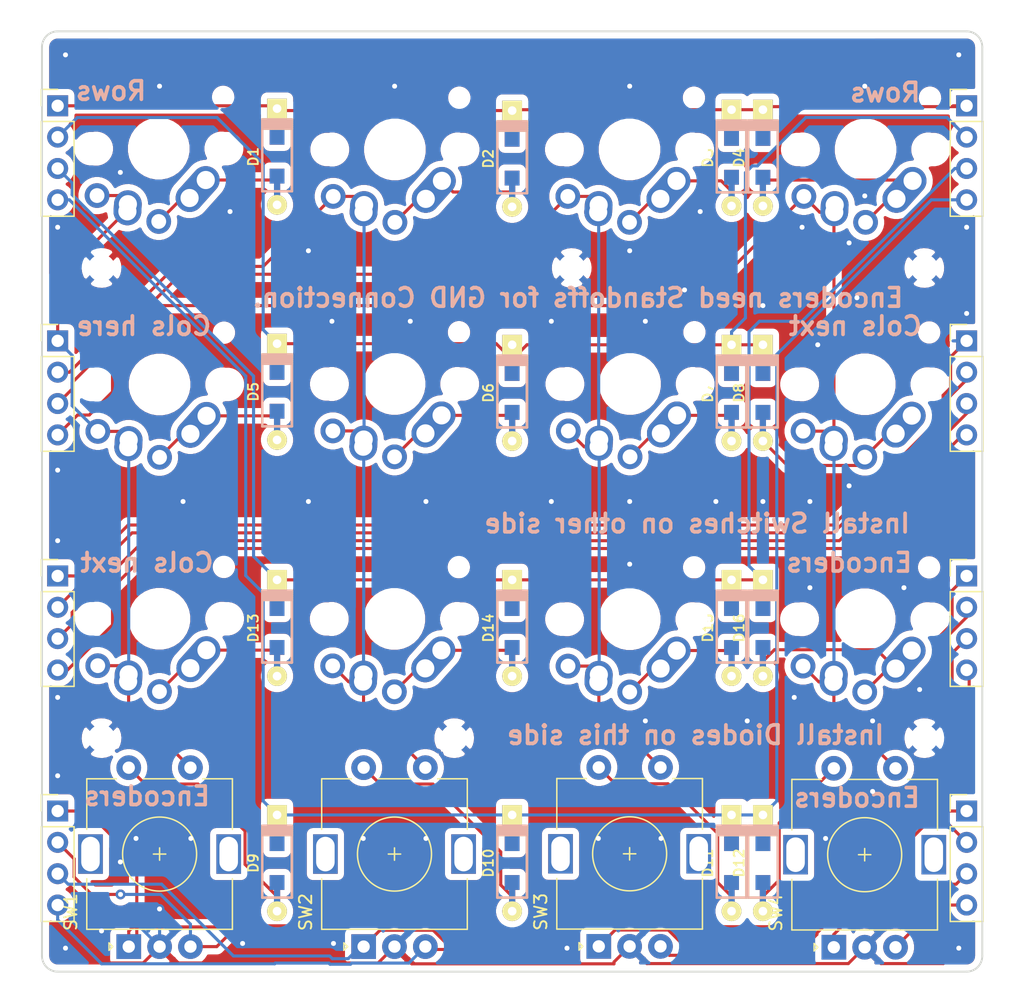
<source format=kicad_pcb>
(kicad_pcb (version 20171130) (host pcbnew "(5.1.9)-1")
  (layers (0 F.Cu signal) (31 B.Cu signal) (34 B.Paste user) (35 F.Paste user) (36 B.SilkS user) (37 F.SilkS user) (38 B.Mask user hide) (39 F.Mask user hide) (44 Edge.Cuts user))
  (net 0 "")
  (net 1 ROW1)
  (net 2 ROW2)
  (net 3 ROW3)
  (net 4 ROW4)
  (net 5 COL5)
  (net 6 COL6)
  (net 7 COL7)
  (net 8 COL8)
  (net 9 COL12)
  (net 10 COL11)
  (net 11 COL10)
  (net 12 COL9)
  (net 13 GND)
  (net 14 COL4)
  (net 15 COL3)
  (net 16 COL2)
  (net 17 COL1)
  (net 18 "Net-(D1-Pad2)")
  (net 19 "Net-(D2-Pad2)")
  (net 20 "Net-(D3-Pad2)")
  (net 21 "Net-(D4-Pad2)")
  (net 22 "Net-(D5-Pad2)")
  (net 23 "Net-(D6-Pad2)")
  (net 24 "Net-(D7-Pad2)")
  (net 25 "Net-(D8-Pad2)")
  (net 26 "Net-(D9-Pad2)")
  (net 27 "Net-(D10-Pad2)")
  (net 28 "Net-(D11-Pad2)")
  (net 29 "Net-(D12-Pad2)")
  (net 30 "Net-(D13-Pad2)")
  (net 31 "Net-(D14-Pad2)")
  (net 32 "Net-(D15-Pad2)")
  (net 33 "Net-(D16-Pad2)")
  (net 34 COL16)
  (net 35 COL15)
  (net 36 COL14)
  (net 37 COL13)
  (module footprints:MX-Alps-Choc-1U (layer F.Cu) (at 142.87754 104.8004 180)
    (fp_text reference S8)
    (fp_text value CHERRY_MX)
    (pad "" np_thru_hole circle (at -5.22 4.2 228.1) (size 0.8 0.8) (drill 0.8) (layers *.Cu *.Mask))
    (pad "" np_thru_hole circle (at 5.5 0 228.1) (size 1.7 1.7) (drill 1.7) (layers *.Cu *.Mask))
    (pad "" np_thru_hole circle (at -5.5 0 228.1) (size 1.7 1.7) (drill 1.7) (layers *.Cu *.Mask))
    (pad 1 thru_hole circle (at 0 -5.9 180) (size 2 2) (drill 1.2) (layers *.Cu *.Mask) (net 25 "Net-(D8-Pad2)"))
    (pad 2 thru_hole circle (at 5 -3.8 180) (size 2 2) (drill 1.2) (layers *.Cu *.Mask) (net 14 COL4))
    (pad "" np_thru_hole circle (at 5.08 0 228.0996) (size 1.75 1.75) (drill 1.75) (layers *.Cu *.Mask))
    (pad "" np_thru_hole circle (at -5.08 0 228.0996) (size 1.75 1.75) (drill 1.75) (layers *.Cu *.Mask))
    (pad 1 thru_hole circle (at -2.5 -4 180) (size 2.25 2.25) (drill 1.47) (layers *.Cu *.Mask) (net 25 "Net-(D8-Pad2)"))
    (pad "" np_thru_hole circle (at 0 0 180) (size 3.9878 3.9878) (drill 3.9878) (layers *.Cu *.Mask))
    (pad 1 thru_hole oval (at -3.81 -2.54 228.1) (size 4.211556 2.25) (drill 1.47 (offset 0.980778 0)) (layers *.Cu *.Mask) (net 25 "Net-(D8-Pad2)"))
    (pad 2 thru_hole circle (at 2.54 -5.08 180) (size 2.25 2.25) (drill 1.47) (layers *.Cu *.Mask) (net 14 COL4))
    (pad 2 thru_hole oval (at 2.5 -4.5 266.1) (size 2.831378 2.25) (drill 1.47 (offset 0.290689 0)) (layers *.Cu *.Mask) (net 14 COL4))
  )
  (module footprints:MX-Alps-Choc-1U (layer F.Cu) (at 142.94104 85.7758 180)
    (fp_text reference S7)
    (fp_text value CHERRY_MX)
    (pad "" np_thru_hole circle (at -5.22 4.2 228.1) (size 0.8 0.8) (drill 0.8) (layers *.Cu *.Mask))
    (pad "" np_thru_hole circle (at 5.5 0 228.1) (size 1.7 1.7) (drill 1.7) (layers *.Cu *.Mask))
    (pad "" np_thru_hole circle (at -5.5 0 228.1) (size 1.7 1.7) (drill 1.7) (layers *.Cu *.Mask))
    (pad 1 thru_hole circle (at 0 -5.9 180) (size 2 2) (drill 1.2) (layers *.Cu *.Mask) (net 21 "Net-(D4-Pad2)"))
    (pad 2 thru_hole circle (at 5 -3.8 180) (size 2 2) (drill 1.2) (layers *.Cu *.Mask) (net 14 COL4))
    (pad "" np_thru_hole circle (at 5.08 0 228.0996) (size 1.75 1.75) (drill 1.75) (layers *.Cu *.Mask))
    (pad "" np_thru_hole circle (at -5.08 0 228.0996) (size 1.75 1.75) (drill 1.75) (layers *.Cu *.Mask))
    (pad 1 thru_hole circle (at -2.5 -4 180) (size 2.25 2.25) (drill 1.47) (layers *.Cu *.Mask) (net 21 "Net-(D4-Pad2)"))
    (pad "" np_thru_hole circle (at 0 0 180) (size 3.9878 3.9878) (drill 3.9878) (layers *.Cu *.Mask))
    (pad 1 thru_hole oval (at -3.81 -2.54 228.1) (size 4.211556 2.25) (drill 1.47 (offset 0.980778 0)) (layers *.Cu *.Mask) (net 21 "Net-(D4-Pad2)"))
    (pad 2 thru_hole circle (at 2.54 -5.08 180) (size 2.25 2.25) (drill 1.47) (layers *.Cu *.Mask) (net 14 COL4))
    (pad 2 thru_hole oval (at 2.5 -4.5 266.1) (size 2.831378 2.25) (drill 1.47 (offset 0.290689 0)) (layers *.Cu *.Mask) (net 14 COL4))
  )
  (module footprints:MX-Alps-Choc-1U (layer F.Cu) (at 123.85294 104.78008 180)
    (fp_text reference S6)
    (fp_text value CHERRY_MX)
    (pad "" np_thru_hole circle (at -5.22 4.2 228.1) (size 0.8 0.8) (drill 0.8) (layers *.Cu *.Mask))
    (pad "" np_thru_hole circle (at 5.5 0 228.1) (size 1.7 1.7) (drill 1.7) (layers *.Cu *.Mask))
    (pad "" np_thru_hole circle (at -5.5 0 228.1) (size 1.7 1.7) (drill 1.7) (layers *.Cu *.Mask))
    (pad 1 thru_hole circle (at 0 -5.9 180) (size 2 2) (drill 1.2) (layers *.Cu *.Mask) (net 24 "Net-(D7-Pad2)"))
    (pad 2 thru_hole circle (at 5 -3.8 180) (size 2 2) (drill 1.2) (layers *.Cu *.Mask) (net 15 COL3))
    (pad "" np_thru_hole circle (at 5.08 0 228.0996) (size 1.75 1.75) (drill 1.75) (layers *.Cu *.Mask))
    (pad "" np_thru_hole circle (at -5.08 0 228.0996) (size 1.75 1.75) (drill 1.75) (layers *.Cu *.Mask))
    (pad 1 thru_hole circle (at -2.5 -4 180) (size 2.25 2.25) (drill 1.47) (layers *.Cu *.Mask) (net 24 "Net-(D7-Pad2)"))
    (pad "" np_thru_hole circle (at 0 0 180) (size 3.9878 3.9878) (drill 3.9878) (layers *.Cu *.Mask))
    (pad 1 thru_hole oval (at -3.81 -2.54 228.1) (size 4.211556 2.25) (drill 1.47 (offset 0.980778 0)) (layers *.Cu *.Mask) (net 24 "Net-(D7-Pad2)"))
    (pad 2 thru_hole circle (at 2.54 -5.08 180) (size 2.25 2.25) (drill 1.47) (layers *.Cu *.Mask) (net 15 COL3))
    (pad 2 thru_hole oval (at 2.5 -4.5 266.1) (size 2.831378 2.25) (drill 1.47 (offset 0.290689 0)) (layers *.Cu *.Mask) (net 15 COL3))
  )
  (module footprints:MX-Alps-Choc-1U (layer F.Cu) (at 123.8123 85.7758 180)
    (fp_text reference S5)
    (fp_text value CHERRY_MX)
    (pad "" np_thru_hole circle (at -5.22 4.2 228.1) (size 0.8 0.8) (drill 0.8) (layers *.Cu *.Mask))
    (pad "" np_thru_hole circle (at 5.5 0 228.1) (size 1.7 1.7) (drill 1.7) (layers *.Cu *.Mask))
    (pad "" np_thru_hole circle (at -5.5 0 228.1) (size 1.7 1.7) (drill 1.7) (layers *.Cu *.Mask))
    (pad 1 thru_hole circle (at 0 -5.9 180) (size 2 2) (drill 1.2) (layers *.Cu *.Mask) (net 20 "Net-(D3-Pad2)"))
    (pad 2 thru_hole circle (at 5 -3.8 180) (size 2 2) (drill 1.2) (layers *.Cu *.Mask) (net 15 COL3))
    (pad "" np_thru_hole circle (at 5.08 0 228.0996) (size 1.75 1.75) (drill 1.75) (layers *.Cu *.Mask))
    (pad "" np_thru_hole circle (at -5.08 0 228.0996) (size 1.75 1.75) (drill 1.75) (layers *.Cu *.Mask))
    (pad 1 thru_hole circle (at -2.5 -4 180) (size 2.25 2.25) (drill 1.47) (layers *.Cu *.Mask) (net 20 "Net-(D3-Pad2)"))
    (pad "" np_thru_hole circle (at 0 0 180) (size 3.9878 3.9878) (drill 3.9878) (layers *.Cu *.Mask))
    (pad 1 thru_hole oval (at -3.81 -2.54 228.1) (size 4.211556 2.25) (drill 1.47 (offset 0.980778 0)) (layers *.Cu *.Mask) (net 20 "Net-(D3-Pad2)"))
    (pad 2 thru_hole circle (at 2.54 -5.08 180) (size 2.25 2.25) (drill 1.47) (layers *.Cu *.Mask) (net 15 COL3))
    (pad 2 thru_hole oval (at 2.5 -4.5 266.1) (size 2.831378 2.25) (drill 1.47 (offset 0.290689 0)) (layers *.Cu *.Mask) (net 15 COL3))
  )
  (module footprints:MX-Alps-Choc-1U (layer F.Cu) (at 104.77246 104.78008 180)
    (fp_text reference S4)
    (fp_text value CHERRY_MX)
    (pad "" np_thru_hole circle (at -5.22 4.2 228.1) (size 0.8 0.8) (drill 0.8) (layers *.Cu *.Mask))
    (pad "" np_thru_hole circle (at 5.5 0 228.1) (size 1.7 1.7) (drill 1.7) (layers *.Cu *.Mask))
    (pad "" np_thru_hole circle (at -5.5 0 228.1) (size 1.7 1.7) (drill 1.7) (layers *.Cu *.Mask))
    (pad 1 thru_hole circle (at 0 -5.9 180) (size 2 2) (drill 1.2) (layers *.Cu *.Mask) (net 23 "Net-(D6-Pad2)"))
    (pad 2 thru_hole circle (at 5 -3.8 180) (size 2 2) (drill 1.2) (layers *.Cu *.Mask) (net 16 COL2))
    (pad "" np_thru_hole circle (at 5.08 0 228.0996) (size 1.75 1.75) (drill 1.75) (layers *.Cu *.Mask))
    (pad "" np_thru_hole circle (at -5.08 0 228.0996) (size 1.75 1.75) (drill 1.75) (layers *.Cu *.Mask))
    (pad 1 thru_hole circle (at -2.5 -4 180) (size 2.25 2.25) (drill 1.47) (layers *.Cu *.Mask) (net 23 "Net-(D6-Pad2)"))
    (pad "" np_thru_hole circle (at 0 0) (size 3.9878 3.9878) (drill 3.9878) (layers *.Cu *.Mask))
    (pad 1 thru_hole oval (at -3.81 -2.54 228.1) (size 4.211556 2.25) (drill 1.47 (offset 0.980778 0)) (layers *.Cu *.Mask) (net 23 "Net-(D6-Pad2)"))
    (pad 2 thru_hole circle (at 2.54 -5.08 180) (size 2.25 2.25) (drill 1.47) (layers *.Cu *.Mask) (net 16 COL2))
    (pad 2 thru_hole oval (at 2.5 -4.5 266.1) (size 2.831378 2.25) (drill 1.47 (offset 0.290689 0)) (layers *.Cu *.Mask) (net 16 COL2))
  )
  (module footprints:MX-Alps-Choc-1U (layer F.Cu) (at 104.8004 85.7758 180)
    (fp_text reference S3)
    (fp_text value CHERRY_MX)
    (pad "" np_thru_hole circle (at -5.22 4.2 228.1) (size 0.8 0.8) (drill 0.8) (layers *.Cu *.Mask))
    (pad "" np_thru_hole circle (at 5.5 0 228.1) (size 1.7 1.7) (drill 1.7) (layers *.Cu *.Mask))
    (pad "" np_thru_hole circle (at -5.5 0 228.1) (size 1.7 1.7) (drill 1.7) (layers *.Cu *.Mask))
    (pad 1 thru_hole circle (at 0 -5.9 180) (size 2 2) (drill 1.2) (layers *.Cu *.Mask) (net 19 "Net-(D2-Pad2)"))
    (pad 2 thru_hole circle (at 5 -3.8 180) (size 2 2) (drill 1.2) (layers *.Cu *.Mask) (net 16 COL2))
    (pad "" np_thru_hole circle (at 5.08 0 228.0996) (size 1.75 1.75) (drill 1.75) (layers *.Cu *.Mask))
    (pad "" np_thru_hole circle (at -5.08 0 228.0996) (size 1.75 1.75) (drill 1.75) (layers *.Cu *.Mask))
    (pad 1 thru_hole circle (at -2.5 -4 180) (size 2.25 2.25) (drill 1.47) (layers *.Cu *.Mask) (net 19 "Net-(D2-Pad2)"))
    (pad "" np_thru_hole circle (at 0 0 180) (size 3.9878 3.9878) (drill 3.9878) (layers *.Cu *.Mask))
    (pad 1 thru_hole oval (at -3.81 -2.54 228.1) (size 4.211556 2.25) (drill 1.47 (offset 0.980778 0)) (layers *.Cu *.Mask) (net 19 "Net-(D2-Pad2)"))
    (pad 2 thru_hole circle (at 2.54 -5.08 180) (size 2.25 2.25) (drill 1.47) (layers *.Cu *.Mask) (net 16 COL2))
    (pad 2 thru_hole oval (at 2.5 -4.5 266.1) (size 2.831378 2.25) (drill 1.47 (offset 0.290689 0)) (layers *.Cu *.Mask) (net 16 COL2))
  )
  (module footprints:MX-Alps-Choc-1U (layer F.Cu) (at 85.72754 104.81818 180)
    (fp_text reference S2)
    (fp_text value CHERRY_MX)
    (pad "" np_thru_hole circle (at -5.22 4.2 228.1) (size 0.8 0.8) (drill 0.8) (layers *.Cu *.Mask))
    (pad "" np_thru_hole circle (at 5.5 0 228.1) (size 1.7 1.7) (drill 1.7) (layers *.Cu *.Mask))
    (pad "" np_thru_hole circle (at -5.5 0 228.1) (size 1.7 1.7) (drill 1.7) (layers *.Cu *.Mask))
    (pad 1 thru_hole circle (at 0 -5.9 180) (size 2 2) (drill 1.2) (layers *.Cu *.Mask) (net 22 "Net-(D5-Pad2)"))
    (pad 2 thru_hole circle (at 5 -3.8 180) (size 2 2) (drill 1.2) (layers *.Cu *.Mask) (net 17 COL1))
    (pad "" np_thru_hole circle (at 5.08 0 228.0996) (size 1.75 1.75) (drill 1.75) (layers *.Cu *.Mask))
    (pad "" np_thru_hole circle (at -5.08 0 228.0996) (size 1.75 1.75) (drill 1.75) (layers *.Cu *.Mask))
    (pad 1 thru_hole circle (at -2.5 -4 180) (size 2.25 2.25) (drill 1.47) (layers *.Cu *.Mask) (net 22 "Net-(D5-Pad2)"))
    (pad "" np_thru_hole circle (at 0 0 180) (size 3.9878 3.9878) (drill 3.9878) (layers *.Cu *.Mask))
    (pad 1 thru_hole oval (at -3.81 -2.54 228.1) (size 4.211556 2.25) (drill 1.47 (offset 0.980778 0)) (layers *.Cu *.Mask) (net 22 "Net-(D5-Pad2)"))
    (pad 2 thru_hole circle (at 2.54 -5.08 180) (size 2.25 2.25) (drill 1.47) (layers *.Cu *.Mask) (net 17 COL1))
    (pad 2 thru_hole oval (at 2.5 -4.5 266.1) (size 2.831378 2.25) (drill 1.47 (offset 0.290689 0)) (layers *.Cu *.Mask) (net 17 COL1))
  )
  (module footprints:MX-Alps-Choc-1U (layer F.Cu) (at 85.6615 85.70722 180)
    (fp_text reference S1)
    (fp_text value CHERRY_MX)
    (pad "" np_thru_hole circle (at -5.22 4.2 228.1) (size 0.8 0.8) (drill 0.8) (layers *.Cu *.Mask))
    (pad "" np_thru_hole circle (at 5.5 0 228.1) (size 1.7 1.7) (drill 1.7) (layers *.Cu *.Mask))
    (pad "" np_thru_hole circle (at -5.5 0 228.1) (size 1.7 1.7) (drill 1.7) (layers *.Cu *.Mask))
    (pad 1 thru_hole circle (at 0 -5.9 180) (size 2 2) (drill 1.2) (layers *.Cu *.Mask) (net 18 "Net-(D1-Pad2)"))
    (pad 2 thru_hole circle (at 5 -3.8 180) (size 2 2) (drill 1.2) (layers *.Cu *.Mask) (net 17 COL1))
    (pad "" np_thru_hole circle (at 5.08 0 228.0996) (size 1.75 1.75) (drill 1.75) (layers *.Cu *.Mask))
    (pad "" np_thru_hole circle (at -5.08 0 228.0996) (size 1.75 1.75) (drill 1.75) (layers *.Cu *.Mask))
    (pad 1 thru_hole circle (at -2.5 -4 180) (size 2.25 2.25) (drill 1.47) (layers *.Cu *.Mask) (net 18 "Net-(D1-Pad2)"))
    (pad "" np_thru_hole circle (at 0 0 180) (size 3.9878 3.9878) (drill 3.9878) (layers *.Cu *.Mask))
    (pad 1 thru_hole oval (at -3.81 -2.54 228.1) (size 4.211556 2.25) (drill 1.47 (offset 0.980778 0)) (layers *.Cu *.Mask) (net 18 "Net-(D1-Pad2)"))
    (pad 2 thru_hole circle (at 2.54 -5.08 180) (size 2.25 2.25) (drill 1.47) (layers *.Cu *.Mask) (net 17 COL1))
    (pad 2 thru_hole oval (at 2.5 -4.5 266.1) (size 2.831378 2.25) (drill 1.47 (offset 0.290689 0)) (layers *.Cu *.Mask) (net 17 COL1))
  )
  (module footprints:D_SOD123_axial-dual (layer F.Cu) (at 95.25 86.36 270)
    (fp_text reference D1 (at 0 1.925 90) (layer F.SilkS) (effects (font (size 0.8 0.8))))
    (fp_text value DIODE hide)
    (pad 2 smd rect (at 2.7 0 270) (size 2.5 0.5) (layers F.Cu) (net 18 "Net-(D1-Pad2)"))
    (pad 1 smd rect (at -2.7 0 270) (size 2.5 0.5) (layers F.Cu) (net 1 ROW1))
    (pad 2 thru_hole circle (at 3.9 0 270) (size 1.6 1.6) (drill 0.7) (layers *.Cu *.Mask F.SilkS) (net 18 "Net-(D1-Pad2)"))
    (pad 1 thru_hole rect (at -3.9 0 270) (size 1.6 1.6) (drill 0.7) (layers *.Cu *.Mask F.SilkS) (net 1 ROW1))
    (pad 1 smd rect (at -1.575 0 270) (size 1.2 1.2) (layers F.Cu F.Paste F.Mask) (net 1 ROW1))
    (pad 2 smd rect (at 1.575 0 270) (size 1.2 1.2) (layers F.Cu F.Paste F.Mask) (net 18 "Net-(D1-Pad2)"))
    (pad 2 smd rect (at 2.7 0 270) (size 2.5 0.5) (layers B.Cu) (net 18 "Net-(D1-Pad2)"))
    (pad 2 smd rect (at 1.575 0 270) (size 1.2 1.2) (layers B.Cu B.Paste B.Mask) (net 18 "Net-(D1-Pad2)"))
    (pad 1 smd rect (at -1.575 0 270) (size 1.2 1.2) (layers B.Cu B.Paste B.Mask) (net 1 ROW1))
    (pad 1 smd rect (at -2.7 0 270) (size 2.5 0.5) (layers B.Cu) (net 1 ROW1))
  )
  (module Rotary_Encoder:RotaryEncoder_Alps_EC11E-Switch_Vertical_H20mm (layer F.Cu) (at 83.23072 150.37054 90)
    (fp_text reference SW1 (at 2.8 -4.7 90) (layer F.SilkS))
    (fp_text value Rotary_Encoder_Switch)
    (pad A thru_hole rect (at 0 0 90) (size 2 2) (drill 1) (layers *.Cu *.Mask) (net 12 COL9))
    (pad C thru_hole circle (at 0 2.5 90) (size 2 2) (drill 1) (layers *.Cu *.Mask) (net 13 GND))
    (pad B thru_hole circle (at 0 5 90) (size 2 2) (drill 1) (layers *.Cu *.Mask) (net 11 COL10))
    (pad MP thru_hole rect (at 7.5 -3.1 90) (size 3.2 2) (drill oval 2.8 1.5) (layers *.Cu *.Mask))
    (pad MP thru_hole rect (at 7.5 8.1 90) (size 3.2 2) (drill oval 2.8 1.5) (layers *.Cu *.Mask))
    (pad S2 thru_hole circle (at 14.5 0 90) (size 2 2) (drill 1) (layers *.Cu *.Mask) (net 26 "Net-(D9-Pad2)"))
    (pad S1 thru_hole circle (at 14.5 5 90) (size 2 2) (drill 1) (layers *.Cu *.Mask) (net 17 COL1))
  )
  (module footprints:MX-Alps-Choc-1U (layer F.Cu) (at 142.87246 123.8377 180)
    (fp_text reference S16)
    (fp_text value CHERRY_MX)
    (pad "" np_thru_hole circle (at -5.22 4.2 228.1) (size 0.8 0.8) (drill 0.8) (layers *.Cu *.Mask))
    (pad "" np_thru_hole circle (at 5.5 0 228.1) (size 1.7 1.7) (drill 1.7) (layers *.Cu *.Mask))
    (pad "" np_thru_hole circle (at -5.5 0 228.1) (size 1.7 1.7) (drill 1.7) (layers *.Cu *.Mask))
    (pad 1 thru_hole circle (at 0 -5.9 180) (size 2 2) (drill 1.2) (layers *.Cu *.Mask) (net 33 "Net-(D16-Pad2)"))
    (pad 2 thru_hole circle (at 5 -3.8 180) (size 2 2) (drill 1.2) (layers *.Cu *.Mask) (net 14 COL4))
    (pad "" np_thru_hole circle (at 5.08 0 228.0996) (size 1.75 1.75) (drill 1.75) (layers *.Cu *.Mask))
    (pad "" np_thru_hole circle (at -5.08 0 228.0996) (size 1.75 1.75) (drill 1.75) (layers *.Cu *.Mask))
    (pad 1 thru_hole circle (at -2.5 -4 180) (size 2.25 2.25) (drill 1.47) (layers *.Cu *.Mask) (net 33 "Net-(D16-Pad2)"))
    (pad "" np_thru_hole circle (at 0 0 180) (size 3.9878 3.9878) (drill 3.9878) (layers *.Cu *.Mask))
    (pad 1 thru_hole oval (at -3.81 -2.54 228.1) (size 4.211556 2.25) (drill 1.47 (offset 0.980778 0)) (layers *.Cu *.Mask) (net 33 "Net-(D16-Pad2)"))
    (pad 2 thru_hole circle (at 2.54 -5.08 180) (size 2.25 2.25) (drill 1.47) (layers *.Cu *.Mask) (net 14 COL4))
    (pad 2 thru_hole oval (at 2.5 -4.5 266.1) (size 2.831378 2.25) (drill 1.47 (offset 0.290689 0)) (layers *.Cu *.Mask) (net 14 COL4))
  )
  (module footprints:D_SOD123_axial-dual (layer F.Cu) (at 134.62 124.55 270)
    (fp_text reference D16 (at 0 1.925 270) (layer F.SilkS) (effects (font (size 0.8 0.8))))
    (fp_text value DIODE hide)
    (pad 2 smd rect (at 2.7 0 270) (size 2.5 0.5) (layers F.Cu) (net 33 "Net-(D16-Pad2)"))
    (pad 1 smd rect (at -2.7 0 270) (size 2.5 0.5) (layers F.Cu) (net 3 ROW3))
    (pad 2 thru_hole circle (at 3.9 0 270) (size 1.6 1.6) (drill 0.7) (layers *.Cu *.Mask F.SilkS) (net 33 "Net-(D16-Pad2)"))
    (pad 1 thru_hole rect (at -3.9 0 270) (size 1.6 1.6) (drill 0.7) (layers *.Cu *.Mask F.SilkS) (net 3 ROW3))
    (pad 1 smd rect (at -1.575 0 270) (size 1.2 1.2) (layers F.Cu F.Paste F.Mask) (net 3 ROW3))
    (pad 2 smd rect (at 1.575 0 270) (size 1.2 1.2) (layers F.Cu F.Paste F.Mask) (net 33 "Net-(D16-Pad2)"))
    (pad 2 smd rect (at 2.7 0 270) (size 2.5 0.5) (layers B.Cu) (net 33 "Net-(D16-Pad2)"))
    (pad 2 smd rect (at 1.575 0 270) (size 1.2 1.2) (layers B.Cu B.Paste B.Mask) (net 33 "Net-(D16-Pad2)"))
    (pad 1 smd rect (at -1.575 0 270) (size 1.2 1.2) (layers B.Cu B.Paste B.Mask) (net 3 ROW3))
    (pad 1 smd rect (at -2.7 0 270) (size 2.5 0.5) (layers B.Cu) (net 3 ROW3))
  )
  (module footprints:D_SOD123_axial-dual (layer F.Cu) (at 114.3 86.52 270)
    (fp_text reference D2 (at 0 1.925 270) (layer F.SilkS) (effects (font (size 0.8 0.8))))
    (fp_text value DIODE hide)
    (pad 2 smd rect (at 2.7 0 270) (size 2.5 0.5) (layers F.Cu) (net 19 "Net-(D2-Pad2)"))
    (pad 1 smd rect (at -2.7 0 270) (size 2.5 0.5) (layers F.Cu) (net 1 ROW1))
    (pad 2 thru_hole circle (at 3.9 0 270) (size 1.6 1.6) (drill 0.7) (layers *.Cu *.Mask F.SilkS) (net 19 "Net-(D2-Pad2)"))
    (pad 1 thru_hole rect (at -3.9 0 270) (size 1.6 1.6) (drill 0.7) (layers *.Cu *.Mask F.SilkS) (net 1 ROW1))
    (pad 1 smd rect (at -1.575 0 270) (size 1.2 1.2) (layers F.Cu F.Paste F.Mask) (net 1 ROW1))
    (pad 2 smd rect (at 1.575 0 270) (size 1.2 1.2) (layers F.Cu F.Paste F.Mask) (net 19 "Net-(D2-Pad2)"))
    (pad 2 smd rect (at 2.7 0 270) (size 2.5 0.5) (layers B.Cu) (net 19 "Net-(D2-Pad2)"))
    (pad 2 smd rect (at 1.575 0 270) (size 1.2 1.2) (layers B.Cu B.Paste B.Mask) (net 19 "Net-(D2-Pad2)"))
    (pad 1 smd rect (at -1.575 0 270) (size 1.2 1.2) (layers B.Cu B.Paste B.Mask) (net 1 ROW1))
    (pad 1 smd rect (at -2.7 0 270) (size 2.5 0.5) (layers B.Cu) (net 1 ROW1))
  )
  (module Connector_PinHeader_2.54mm:PinHeader_1x04_P2.54mm_Vertical (layer F.Cu) (at 77.47 82.2325)
    (fp_text reference J1 hide)
    (fp_text value Conn_01x04)
    (pad 1 thru_hole rect (at 0 0) (size 1.7 1.7) (drill 1) (layers *.Cu *.Mask) (net 1 ROW1))
    (pad 2 thru_hole oval (at 0 2.54) (size 1.7 1.7) (drill 1) (layers *.Cu *.Mask) (net 2 ROW2))
    (pad 3 thru_hole oval (at 0 5.08) (size 1.7 1.7) (drill 1) (layers *.Cu *.Mask) (net 3 ROW3))
    (pad 4 thru_hole oval (at 0 7.62) (size 1.7 1.7) (drill 1) (layers *.Cu *.Mask) (net 4 ROW4))
  )
  (module Connector_PinHeader_2.54mm:PinHeader_1x04_P2.54mm_Vertical (layer F.Cu) (at 77.47 101.2825)
    (fp_text reference J2 hide)
    (fp_text value Conn_01x04)
    (pad 4 thru_hole oval (at 0 7.62) (size 1.7 1.7) (drill 1) (layers *.Cu *.Mask) (net 14 COL4))
    (pad 3 thru_hole oval (at 0 5.08) (size 1.7 1.7) (drill 1) (layers *.Cu *.Mask) (net 15 COL3))
    (pad 2 thru_hole oval (at 0 2.54) (size 1.7 1.7) (drill 1) (layers *.Cu *.Mask) (net 16 COL2))
    (pad 1 thru_hole rect (at 0 0) (size 1.7 1.7) (drill 1) (layers *.Cu *.Mask) (net 17 COL1))
  )
  (module Connector_PinHeader_2.54mm:PinHeader_1x04_P2.54mm_Vertical (layer F.Cu) (at 77.47 120.3325)
    (fp_text reference J3 hide)
    (fp_text value Conn_01x04)
    (pad 1 thru_hole rect (at 0 0) (size 1.7 1.7) (drill 1) (layers *.Cu *.Mask) (net 5 COL5))
    (pad 2 thru_hole oval (at 0 2.54) (size 1.7 1.7) (drill 1) (layers *.Cu *.Mask) (net 6 COL6))
    (pad 3 thru_hole oval (at 0 5.08) (size 1.7 1.7) (drill 1) (layers *.Cu *.Mask) (net 7 COL7))
    (pad 4 thru_hole oval (at 0 7.62) (size 1.7 1.7) (drill 1) (layers *.Cu *.Mask) (net 8 COL8))
  )
  (module Connector_PinHeader_2.54mm:PinHeader_1x04_P2.54mm_Vertical (layer F.Cu) (at 77.47 139.3825)
    (fp_text reference J4 hide)
    (fp_text value Conn_01x04)
    (pad 4 thru_hole oval (at 0 7.62) (size 1.7 1.7) (drill 1) (layers *.Cu *.Mask) (net 9 COL12))
    (pad 3 thru_hole oval (at 0 5.08) (size 1.7 1.7) (drill 1) (layers *.Cu *.Mask) (net 10 COL11))
    (pad 2 thru_hole oval (at 0 2.54) (size 1.7 1.7) (drill 1) (layers *.Cu *.Mask) (net 11 COL10))
    (pad 1 thru_hole rect (at 0 0) (size 1.7 1.7) (drill 1) (layers *.Cu *.Mask) (net 12 COL9))
  )
  (module Connector_PinHeader_2.54mm:PinHeader_1x04_P2.54mm_Vertical (layer F.Cu) (at 151.13 82.2325)
    (fp_text reference J5 hide)
    (fp_text value Conn_01x04)
    (pad 1 thru_hole rect (at 0 0) (size 1.7 1.7) (drill 1) (layers *.Cu *.Mask) (net 1 ROW1))
    (pad 2 thru_hole oval (at 0 2.54) (size 1.7 1.7) (drill 1) (layers *.Cu *.Mask) (net 2 ROW2))
    (pad 3 thru_hole oval (at 0 5.08) (size 1.7 1.7) (drill 1) (layers *.Cu *.Mask) (net 3 ROW3))
    (pad 4 thru_hole oval (at 0 7.62) (size 1.7 1.7) (drill 1) (layers *.Cu *.Mask) (net 4 ROW4))
  )
  (module Connector_PinHeader_2.54mm:PinHeader_1x04_P2.54mm_Vertical (layer F.Cu) (at 151.13 101.2825)
    (fp_text reference J6 hide)
    (fp_text value Conn_01x04)
    (pad 4 thru_hole oval (at 0 7.62) (size 1.7 1.7) (drill 1) (layers *.Cu *.Mask) (net 8 COL8))
    (pad 3 thru_hole oval (at 0 5.08) (size 1.7 1.7) (drill 1) (layers *.Cu *.Mask) (net 7 COL7))
    (pad 2 thru_hole oval (at 0 2.54) (size 1.7 1.7) (drill 1) (layers *.Cu *.Mask) (net 6 COL6))
    (pad 1 thru_hole rect (at 0 0) (size 1.7 1.7) (drill 1) (layers *.Cu *.Mask) (net 5 COL5))
  )
  (module Connector_PinHeader_2.54mm:PinHeader_1x04_P2.54mm_Vertical (layer F.Cu) (at 151.13 120.3325)
    (fp_text reference J7 hide)
    (fp_text value Conn_01x04)
    (pad 1 thru_hole rect (at 0 0) (size 1.7 1.7) (drill 1) (layers *.Cu *.Mask) (net 12 COL9))
    (pad 2 thru_hole oval (at 0 2.54) (size 1.7 1.7) (drill 1) (layers *.Cu *.Mask) (net 11 COL10))
    (pad 3 thru_hole oval (at 0 5.08) (size 1.7 1.7) (drill 1) (layers *.Cu *.Mask) (net 10 COL11))
    (pad 4 thru_hole oval (at 0 7.62) (size 1.7 1.7) (drill 1) (layers *.Cu *.Mask) (net 9 COL12))
  )
  (module Connector_PinHeader_2.54mm:PinHeader_1x04_P2.54mm_Vertical (layer F.Cu) (at 151.13 139.3825)
    (fp_text reference J8 hide)
    (fp_text value Conn_01x04)
    (pad 4 thru_hole oval (at 0 7.62) (size 1.7 1.7) (drill 1) (layers *.Cu *.Mask) (net 34 COL16))
    (pad 3 thru_hole oval (at 0 5.08) (size 1.7 1.7) (drill 1) (layers *.Cu *.Mask) (net 35 COL15))
    (pad 2 thru_hole oval (at 0 2.54) (size 1.7 1.7) (drill 1) (layers *.Cu *.Mask) (net 36 COL14))
    (pad 1 thru_hole rect (at 0 0) (size 1.7 1.7) (drill 1) (layers *.Cu *.Mask) (net 37 COL13))
  )
  (module MountingHole:MountingHole_2.2mm_M2_ISO7380 (layer F.Cu) (at 81.026 133.477)
    (fp_text reference J11 hide)
    (fp_text value Conn_01x01)
    (pad 1 np_thru_hole circle (at 0 0) (size 2.2 2.2) (drill 2.2) (layers *.Cu *.Mask) (net 13 GND))
  )
  (module MountingHole:MountingHole_2.2mm_M2_ISO7380 (layer F.Cu) (at 147.701 95.377)
    (fp_text reference J12 hide)
    (fp_text value Conn_01x01)
    (pad 1 np_thru_hole circle (at 0 0) (size 2.2 2.2) (drill 2.2) (layers *.Cu *.Mask) (net 13 GND))
  )
  (module MountingHole:MountingHole_2.2mm_M2_ISO7380 (layer F.Cu) (at 147.701 133.477)
    (fp_text reference J13 hide)
    (fp_text value Conn_01x01)
    (pad 1 np_thru_hole circle (at 0 0) (size 2.2 2.2) (drill 2.2) (layers *.Cu *.Mask) (net 13 GND))
  )
  (module MountingHole:MountingHole_2.2mm_M2_ISO7380 (layer F.Cu) (at 109.601 133.477)
    (fp_text reference J14 hide)
    (fp_text value Conn_01x01)
    (pad 1 np_thru_hole circle (at 0 0) (size 2.2 2.2) (drill 2.2) (layers *.Cu *.Mask) (net 13 GND))
  )
  (module MountingHole:MountingHole_2.2mm_M2_ISO7380 (layer F.Cu) (at 119.126 95.377)
    (fp_text reference J15 hide)
    (fp_text value Conn_01x01)
    (pad 1 np_thru_hole circle (at 0 0) (size 2.2 2.2) (drill 2.2) (layers *.Cu *.Mask) (net 13 GND))
  )
  (module MountingHole:MountingHole_2.2mm_M2_ISO7380 (layer F.Cu) (at 81.026 95.377)
    (fp_text reference J16 hide)
    (fp_text value Conn_01x01)
    (pad 1 np_thru_hole circle (at 0 0) (size 2.2 2.2) (drill 2.2) (layers *.Cu *.Mask) (net 13 GND))
  )
  (module footprints:D_SOD123_axial-dual (layer F.Cu) (at 132.08 86.45 270)
    (fp_text reference D3 (at 0 1.925 270) (layer F.SilkS) (effects (font (size 0.8 0.8))))
    (fp_text value DIODE hide)
    (pad 1 smd rect (at -2.7 0 270) (size 2.5 0.5) (layers B.Cu) (net 1 ROW1))
    (pad 1 smd rect (at -1.575 0 270) (size 1.2 1.2) (layers B.Cu B.Paste B.Mask) (net 1 ROW1))
    (pad 2 smd rect (at 1.575 0 270) (size 1.2 1.2) (layers B.Cu B.Paste B.Mask) (net 20 "Net-(D3-Pad2)"))
    (pad 2 smd rect (at 2.7 0 270) (size 2.5 0.5) (layers B.Cu) (net 20 "Net-(D3-Pad2)"))
    (pad 2 smd rect (at 1.575 0 270) (size 1.2 1.2) (layers F.Cu F.Paste F.Mask) (net 20 "Net-(D3-Pad2)"))
    (pad 1 smd rect (at -1.575 0 270) (size 1.2 1.2) (layers F.Cu F.Paste F.Mask) (net 1 ROW1))
    (pad 1 thru_hole rect (at -3.9 0 270) (size 1.6 1.6) (drill 0.7) (layers *.Cu *.Mask F.SilkS) (net 1 ROW1))
    (pad 2 thru_hole circle (at 3.9 0 270) (size 1.6 1.6) (drill 0.7) (layers *.Cu *.Mask F.SilkS) (net 20 "Net-(D3-Pad2)"))
    (pad 1 smd rect (at -2.7 0 270) (size 2.5 0.5) (layers F.Cu) (net 1 ROW1))
    (pad 2 smd rect (at 2.7 0 270) (size 2.5 0.5) (layers F.Cu) (net 20 "Net-(D3-Pad2)"))
  )
  (module footprints:D_SOD123_axial-dual (layer F.Cu) (at 134.62 86.45 270)
    (fp_text reference D4 (at 0 1.925 270) (layer F.SilkS) (effects (font (size 0.8 0.8))))
    (fp_text value DIODE hide)
    (pad 1 smd rect (at -2.7 0 270) (size 2.5 0.5) (layers B.Cu) (net 1 ROW1))
    (pad 1 smd rect (at -1.575 0 270) (size 1.2 1.2) (layers B.Cu B.Paste B.Mask) (net 1 ROW1))
    (pad 2 smd rect (at 1.575 0 270) (size 1.2 1.2) (layers B.Cu B.Paste B.Mask) (net 21 "Net-(D4-Pad2)"))
    (pad 2 smd rect (at 2.7 0 270) (size 2.5 0.5) (layers B.Cu) (net 21 "Net-(D4-Pad2)"))
    (pad 2 smd rect (at 1.575 0 270) (size 1.2 1.2) (layers F.Cu F.Paste F.Mask) (net 21 "Net-(D4-Pad2)"))
    (pad 1 smd rect (at -1.575 0 270) (size 1.2 1.2) (layers F.Cu F.Paste F.Mask) (net 1 ROW1))
    (pad 1 thru_hole rect (at -3.9 0 270) (size 1.6 1.6) (drill 0.7) (layers *.Cu *.Mask F.SilkS) (net 1 ROW1))
    (pad 2 thru_hole circle (at 3.9 0 270) (size 1.6 1.6) (drill 0.7) (layers *.Cu *.Mask F.SilkS) (net 21 "Net-(D4-Pad2)"))
    (pad 1 smd rect (at -2.7 0 270) (size 2.5 0.5) (layers F.Cu) (net 1 ROW1))
    (pad 2 smd rect (at 2.7 0 270) (size 2.5 0.5) (layers F.Cu) (net 21 "Net-(D4-Pad2)"))
  )
  (module footprints:D_SOD123_axial-dual (layer F.Cu) (at 95.25 105.41 270)
    (fp_text reference D5 (at 0 1.925 270) (layer F.SilkS) (effects (font (size 0.8 0.8))))
    (fp_text value DIODE hide)
    (pad 2 smd rect (at 2.7 0 270) (size 2.5 0.5) (layers F.Cu) (net 22 "Net-(D5-Pad2)"))
    (pad 1 smd rect (at -2.7 0 270) (size 2.5 0.5) (layers F.Cu) (net 2 ROW2))
    (pad 2 thru_hole circle (at 3.9 0 270) (size 1.6 1.6) (drill 0.7) (layers *.Cu *.Mask F.SilkS) (net 22 "Net-(D5-Pad2)"))
    (pad 1 thru_hole rect (at -3.9 0 270) (size 1.6 1.6) (drill 0.7) (layers *.Cu *.Mask F.SilkS) (net 2 ROW2))
    (pad 1 smd rect (at -1.575 0 270) (size 1.2 1.2) (layers F.Cu F.Paste F.Mask) (net 2 ROW2))
    (pad 2 smd rect (at 1.575 0 270) (size 1.2 1.2) (layers F.Cu F.Paste F.Mask) (net 22 "Net-(D5-Pad2)"))
    (pad 2 smd rect (at 2.7 0 270) (size 2.5 0.5) (layers B.Cu) (net 22 "Net-(D5-Pad2)"))
    (pad 2 smd rect (at 1.575 0 270) (size 1.2 1.2) (layers B.Cu B.Paste B.Mask) (net 22 "Net-(D5-Pad2)"))
    (pad 1 smd rect (at -1.575 0 270) (size 1.2 1.2) (layers B.Cu B.Paste B.Mask) (net 2 ROW2))
    (pad 1 smd rect (at -2.7 0 270) (size 2.5 0.5) (layers B.Cu) (net 2 ROW2))
  )
  (module footprints:D_SOD123_axial-dual (layer F.Cu) (at 114.3 105.5 270)
    (fp_text reference D6 (at 0 1.925 270) (layer F.SilkS) (effects (font (size 0.8 0.8))))
    (fp_text value DIODE hide)
    (pad 1 smd rect (at -2.7 0 270) (size 2.5 0.5) (layers B.Cu) (net 2 ROW2))
    (pad 1 smd rect (at -1.575 0 270) (size 1.2 1.2) (layers B.Cu B.Paste B.Mask) (net 2 ROW2))
    (pad 2 smd rect (at 1.575 0 270) (size 1.2 1.2) (layers B.Cu B.Paste B.Mask) (net 23 "Net-(D6-Pad2)"))
    (pad 2 smd rect (at 2.7 0 270) (size 2.5 0.5) (layers B.Cu) (net 23 "Net-(D6-Pad2)"))
    (pad 2 smd rect (at 1.575 0 270) (size 1.2 1.2) (layers F.Cu F.Paste F.Mask) (net 23 "Net-(D6-Pad2)"))
    (pad 1 smd rect (at -1.575 0 270) (size 1.2 1.2) (layers F.Cu F.Paste F.Mask) (net 2 ROW2))
    (pad 1 thru_hole rect (at -3.9 0 270) (size 1.6 1.6) (drill 0.7) (layers *.Cu *.Mask F.SilkS) (net 2 ROW2))
    (pad 2 thru_hole circle (at 3.9 0 270) (size 1.6 1.6) (drill 0.7) (layers *.Cu *.Mask F.SilkS) (net 23 "Net-(D6-Pad2)"))
    (pad 1 smd rect (at -2.7 0 270) (size 2.5 0.5) (layers F.Cu) (net 2 ROW2))
    (pad 2 smd rect (at 2.7 0 270) (size 2.5 0.5) (layers F.Cu) (net 23 "Net-(D6-Pad2)"))
  )
  (module footprints:D_SOD123_axial-dual (layer F.Cu) (at 132.08 105.5 270)
    (fp_text reference D7 (at 0 1.925 270) (layer F.SilkS) (effects (font (size 0.8 0.8))))
    (fp_text value DIODE hide)
    (pad 2 smd rect (at 2.7 0 270) (size 2.5 0.5) (layers F.Cu) (net 24 "Net-(D7-Pad2)"))
    (pad 1 smd rect (at -2.7 0 270) (size 2.5 0.5) (layers F.Cu) (net 2 ROW2))
    (pad 2 thru_hole circle (at 3.9 0 270) (size 1.6 1.6) (drill 0.7) (layers *.Cu *.Mask F.SilkS) (net 24 "Net-(D7-Pad2)"))
    (pad 1 thru_hole rect (at -3.9 0 270) (size 1.6 1.6) (drill 0.7) (layers *.Cu *.Mask F.SilkS) (net 2 ROW2))
    (pad 1 smd rect (at -1.575 0 270) (size 1.2 1.2) (layers F.Cu F.Paste F.Mask) (net 2 ROW2))
    (pad 2 smd rect (at 1.575 0 270) (size 1.2 1.2) (layers F.Cu F.Paste F.Mask) (net 24 "Net-(D7-Pad2)"))
    (pad 2 smd rect (at 2.7 0 270) (size 2.5 0.5) (layers B.Cu) (net 24 "Net-(D7-Pad2)"))
    (pad 2 smd rect (at 1.575 0 270) (size 1.2 1.2) (layers B.Cu B.Paste B.Mask) (net 24 "Net-(D7-Pad2)"))
    (pad 1 smd rect (at -1.575 0 270) (size 1.2 1.2) (layers B.Cu B.Paste B.Mask) (net 2 ROW2))
    (pad 1 smd rect (at -2.7 0 270) (size 2.5 0.5) (layers B.Cu) (net 2 ROW2))
  )
  (module footprints:D_SOD123_axial-dual (layer F.Cu) (at 134.62 105.5 270)
    (fp_text reference D8 (at 0 1.925 270) (layer F.SilkS) (effects (font (size 0.8 0.8))))
    (fp_text value DIODE hide)
    (pad 1 smd rect (at -2.7 0 270) (size 2.5 0.5) (layers B.Cu) (net 2 ROW2))
    (pad 1 smd rect (at -1.575 0 270) (size 1.2 1.2) (layers B.Cu B.Paste B.Mask) (net 2 ROW2))
    (pad 2 smd rect (at 1.575 0 270) (size 1.2 1.2) (layers B.Cu B.Paste B.Mask) (net 25 "Net-(D8-Pad2)"))
    (pad 2 smd rect (at 2.7 0 270) (size 2.5 0.5) (layers B.Cu) (net 25 "Net-(D8-Pad2)"))
    (pad 2 smd rect (at 1.575 0 270) (size 1.2 1.2) (layers F.Cu F.Paste F.Mask) (net 25 "Net-(D8-Pad2)"))
    (pad 1 smd rect (at -1.575 0 270) (size 1.2 1.2) (layers F.Cu F.Paste F.Mask) (net 2 ROW2))
    (pad 1 thru_hole rect (at -3.9 0 270) (size 1.6 1.6) (drill 0.7) (layers *.Cu *.Mask F.SilkS) (net 2 ROW2))
    (pad 2 thru_hole circle (at 3.9 0 270) (size 1.6 1.6) (drill 0.7) (layers *.Cu *.Mask F.SilkS) (net 25 "Net-(D8-Pad2)"))
    (pad 1 smd rect (at -2.7 0 270) (size 2.5 0.5) (layers F.Cu) (net 2 ROW2))
    (pad 2 smd rect (at 2.7 0 270) (size 2.5 0.5) (layers F.Cu) (net 25 "Net-(D8-Pad2)"))
  )
  (module footprints:D_SOD123_axial-dual (layer F.Cu) (at 95.25 143.6 270)
    (fp_text reference D9 (at 0 1.925 270) (layer F.SilkS) (effects (font (size 0.8 0.8))))
    (fp_text value DIODE hide)
    (pad 1 smd rect (at -2.7 0 270) (size 2.5 0.5) (layers B.Cu) (net 4 ROW4))
    (pad 1 smd rect (at -1.575 0 270) (size 1.2 1.2) (layers B.Cu B.Paste B.Mask) (net 4 ROW4))
    (pad 2 smd rect (at 1.575 0 270) (size 1.2 1.2) (layers B.Cu B.Paste B.Mask) (net 26 "Net-(D9-Pad2)"))
    (pad 2 smd rect (at 2.7 0 270) (size 2.5 0.5) (layers B.Cu) (net 26 "Net-(D9-Pad2)"))
    (pad 2 smd rect (at 1.575 0 270) (size 1.2 1.2) (layers F.Cu F.Paste F.Mask) (net 26 "Net-(D9-Pad2)"))
    (pad 1 smd rect (at -1.575 0 270) (size 1.2 1.2) (layers F.Cu F.Paste F.Mask) (net 4 ROW4))
    (pad 1 thru_hole rect (at -3.9 0 270) (size 1.6 1.6) (drill 0.7) (layers *.Cu *.Mask F.SilkS) (net 4 ROW4))
    (pad 2 thru_hole circle (at 3.9 0 270) (size 1.6 1.6) (drill 0.7) (layers *.Cu *.Mask F.SilkS) (net 26 "Net-(D9-Pad2)"))
    (pad 1 smd rect (at -2.7 0 270) (size 2.5 0.5) (layers F.Cu) (net 4 ROW4))
    (pad 2 smd rect (at 2.7 0 270) (size 2.5 0.5) (layers F.Cu) (net 26 "Net-(D9-Pad2)"))
  )
  (module footprints:D_SOD123_axial-dual (layer F.Cu) (at 114.3 143.6 270)
    (fp_text reference D10 (at 0 1.925 270) (layer F.SilkS) (effects (font (size 0.8 0.8))))
    (fp_text value DIODE hide)
    (pad 2 smd rect (at 2.7 0 270) (size 2.5 0.5) (layers F.Cu) (net 27 "Net-(D10-Pad2)"))
    (pad 1 smd rect (at -2.7 0 270) (size 2.5 0.5) (layers F.Cu) (net 4 ROW4))
    (pad 2 thru_hole circle (at 3.9 0 270) (size 1.6 1.6) (drill 0.7) (layers *.Cu *.Mask F.SilkS) (net 27 "Net-(D10-Pad2)"))
    (pad 1 thru_hole rect (at -3.9 0 270) (size 1.6 1.6) (drill 0.7) (layers *.Cu *.Mask F.SilkS) (net 4 ROW4))
    (pad 1 smd rect (at -1.575 0 270) (size 1.2 1.2) (layers F.Cu F.Paste F.Mask) (net 4 ROW4))
    (pad 2 smd rect (at 1.575 0 270) (size 1.2 1.2) (layers F.Cu F.Paste F.Mask) (net 27 "Net-(D10-Pad2)"))
    (pad 2 smd rect (at 2.7 0 270) (size 2.5 0.5) (layers B.Cu) (net 27 "Net-(D10-Pad2)"))
    (pad 2 smd rect (at 1.575 0 270) (size 1.2 1.2) (layers B.Cu B.Paste B.Mask) (net 27 "Net-(D10-Pad2)"))
    (pad 1 smd rect (at -1.575 0 270) (size 1.2 1.2) (layers B.Cu B.Paste B.Mask) (net 4 ROW4))
    (pad 1 smd rect (at -2.7 0 270) (size 2.5 0.5) (layers B.Cu) (net 4 ROW4))
  )
  (module footprints:D_SOD123_axial-dual (layer F.Cu) (at 132.08 143.6 270)
    (fp_text reference D11 (at 0 1.925 270) (layer F.SilkS) (effects (font (size 0.8 0.8))))
    (fp_text value DIODE hide)
    (pad 1 smd rect (at -2.7 0 270) (size 2.5 0.5) (layers B.Cu) (net 4 ROW4))
    (pad 1 smd rect (at -1.575 0 270) (size 1.2 1.2) (layers B.Cu B.Paste B.Mask) (net 4 ROW4))
    (pad 2 smd rect (at 1.575 0 270) (size 1.2 1.2) (layers B.Cu B.Paste B.Mask) (net 28 "Net-(D11-Pad2)"))
    (pad 2 smd rect (at 2.7 0 270) (size 2.5 0.5) (layers B.Cu) (net 28 "Net-(D11-Pad2)"))
    (pad 2 smd rect (at 1.575 0 270) (size 1.2 1.2) (layers F.Cu F.Paste F.Mask) (net 28 "Net-(D11-Pad2)"))
    (pad 1 smd rect (at -1.575 0 270) (size 1.2 1.2) (layers F.Cu F.Paste F.Mask) (net 4 ROW4))
    (pad 1 thru_hole rect (at -3.9 0 270) (size 1.6 1.6) (drill 0.7) (layers *.Cu *.Mask F.SilkS) (net 4 ROW4))
    (pad 2 thru_hole circle (at 3.9 0 270) (size 1.6 1.6) (drill 0.7) (layers *.Cu *.Mask F.SilkS) (net 28 "Net-(D11-Pad2)"))
    (pad 1 smd rect (at -2.7 0 270) (size 2.5 0.5) (layers F.Cu) (net 4 ROW4))
    (pad 2 smd rect (at 2.7 0 270) (size 2.5 0.5) (layers F.Cu) (net 28 "Net-(D11-Pad2)"))
  )
  (module footprints:D_SOD123_axial-dual (layer F.Cu) (at 134.62 143.6 270)
    (fp_text reference D12 (at 0 1.925 270) (layer F.SilkS) (effects (font (size 0.8 0.8))))
    (fp_text value DIODE hide)
    (pad 2 smd rect (at 2.7 0 270) (size 2.5 0.5) (layers F.Cu) (net 29 "Net-(D12-Pad2)"))
    (pad 1 smd rect (at -2.7 0 270) (size 2.5 0.5) (layers F.Cu) (net 4 ROW4))
    (pad 2 thru_hole circle (at 3.9 0 270) (size 1.6 1.6) (drill 0.7) (layers *.Cu *.Mask F.SilkS) (net 29 "Net-(D12-Pad2)"))
    (pad 1 thru_hole rect (at -3.9 0 270) (size 1.6 1.6) (drill 0.7) (layers *.Cu *.Mask F.SilkS) (net 4 ROW4))
    (pad 1 smd rect (at -1.575 0 270) (size 1.2 1.2) (layers F.Cu F.Paste F.Mask) (net 4 ROW4))
    (pad 2 smd rect (at 1.575 0 270) (size 1.2 1.2) (layers F.Cu F.Paste F.Mask) (net 29 "Net-(D12-Pad2)"))
    (pad 2 smd rect (at 2.7 0 270) (size 2.5 0.5) (layers B.Cu) (net 29 "Net-(D12-Pad2)"))
    (pad 2 smd rect (at 1.575 0 270) (size 1.2 1.2) (layers B.Cu B.Paste B.Mask) (net 29 "Net-(D12-Pad2)"))
    (pad 1 smd rect (at -1.575 0 270) (size 1.2 1.2) (layers B.Cu B.Paste B.Mask) (net 4 ROW4))
    (pad 1 smd rect (at -2.7 0 270) (size 2.5 0.5) (layers B.Cu) (net 4 ROW4))
  )
  (module footprints:D_SOD123_axial-dual (layer F.Cu) (at 95.25 124.55 270)
    (fp_text reference D13 (at 0 1.925 270) (layer F.SilkS) (effects (font (size 0.8 0.8))))
    (fp_text value DIODE hide)
    (pad 2 smd rect (at 2.7 0 270) (size 2.5 0.5) (layers F.Cu) (net 30 "Net-(D13-Pad2)"))
    (pad 1 smd rect (at -2.7 0 270) (size 2.5 0.5) (layers F.Cu) (net 3 ROW3))
    (pad 2 thru_hole circle (at 3.9 0 270) (size 1.6 1.6) (drill 0.7) (layers *.Cu *.Mask F.SilkS) (net 30 "Net-(D13-Pad2)"))
    (pad 1 thru_hole rect (at -3.9 0 270) (size 1.6 1.6) (drill 0.7) (layers *.Cu *.Mask F.SilkS) (net 3 ROW3))
    (pad 1 smd rect (at -1.575 0 270) (size 1.2 1.2) (layers F.Cu F.Paste F.Mask) (net 3 ROW3))
    (pad 2 smd rect (at 1.575 0 270) (size 1.2 1.2) (layers F.Cu F.Paste F.Mask) (net 30 "Net-(D13-Pad2)"))
    (pad 2 smd rect (at 2.7 0 270) (size 2.5 0.5) (layers B.Cu) (net 30 "Net-(D13-Pad2)"))
    (pad 2 smd rect (at 1.575 0 270) (size 1.2 1.2) (layers B.Cu B.Paste B.Mask) (net 30 "Net-(D13-Pad2)"))
    (pad 1 smd rect (at -1.575 0 270) (size 1.2 1.2) (layers B.Cu B.Paste B.Mask) (net 3 ROW3))
    (pad 1 smd rect (at -2.7 0 270) (size 2.5 0.5) (layers B.Cu) (net 3 ROW3))
  )
  (module footprints:D_SOD123_axial-dual (layer F.Cu) (at 114.3 124.55 270)
    (fp_text reference D14 (at 0 1.925 270) (layer F.SilkS) (effects (font (size 0.8 0.8))))
    (fp_text value DIODE hide)
    (pad 1 smd rect (at -2.7 0 270) (size 2.5 0.5) (layers B.Cu) (net 3 ROW3))
    (pad 1 smd rect (at -1.575 0 270) (size 1.2 1.2) (layers B.Cu B.Paste B.Mask) (net 3 ROW3))
    (pad 2 smd rect (at 1.575 0 270) (size 1.2 1.2) (layers B.Cu B.Paste B.Mask) (net 31 "Net-(D14-Pad2)"))
    (pad 2 smd rect (at 2.7 0 270) (size 2.5 0.5) (layers B.Cu) (net 31 "Net-(D14-Pad2)"))
    (pad 2 smd rect (at 1.575 0 270) (size 1.2 1.2) (layers F.Cu F.Paste F.Mask) (net 31 "Net-(D14-Pad2)"))
    (pad 1 smd rect (at -1.575 0 270) (size 1.2 1.2) (layers F.Cu F.Paste F.Mask) (net 3 ROW3))
    (pad 1 thru_hole rect (at -3.9 0 270) (size 1.6 1.6) (drill 0.7) (layers *.Cu *.Mask F.SilkS) (net 3 ROW3))
    (pad 2 thru_hole circle (at 3.9 0 270) (size 1.6 1.6) (drill 0.7) (layers *.Cu *.Mask F.SilkS) (net 31 "Net-(D14-Pad2)"))
    (pad 1 smd rect (at -2.7 0 270) (size 2.5 0.5) (layers F.Cu) (net 3 ROW3))
    (pad 2 smd rect (at 2.7 0 270) (size 2.5 0.5) (layers F.Cu) (net 31 "Net-(D14-Pad2)"))
  )
  (module footprints:D_SOD123_axial-dual (layer F.Cu) (at 132.08 124.55 270)
    (fp_text reference D15 (at 0 1.925 270) (layer F.SilkS) (effects (font (size 0.8 0.8))))
    (fp_text value DIODE hide)
    (pad 1 smd rect (at -2.7 0 270) (size 2.5 0.5) (layers B.Cu) (net 3 ROW3))
    (pad 1 smd rect (at -1.575 0 270) (size 1.2 1.2) (layers B.Cu B.Paste B.Mask) (net 3 ROW3))
    (pad 2 smd rect (at 1.575 0 270) (size 1.2 1.2) (layers B.Cu B.Paste B.Mask) (net 32 "Net-(D15-Pad2)"))
    (pad 2 smd rect (at 2.7 0 270) (size 2.5 0.5) (layers B.Cu) (net 32 "Net-(D15-Pad2)"))
    (pad 2 smd rect (at 1.575 0 270) (size 1.2 1.2) (layers F.Cu F.Paste F.Mask) (net 32 "Net-(D15-Pad2)"))
    (pad 1 smd rect (at -1.575 0 270) (size 1.2 1.2) (layers F.Cu F.Paste F.Mask) (net 3 ROW3))
    (pad 1 thru_hole rect (at -3.9 0 270) (size 1.6 1.6) (drill 0.7) (layers *.Cu *.Mask F.SilkS) (net 3 ROW3))
    (pad 2 thru_hole circle (at 3.9 0 270) (size 1.6 1.6) (drill 0.7) (layers *.Cu *.Mask F.SilkS) (net 32 "Net-(D15-Pad2)"))
    (pad 1 smd rect (at -2.7 0 270) (size 2.5 0.5) (layers F.Cu) (net 3 ROW3))
    (pad 2 smd rect (at 2.7 0 270) (size 2.5 0.5) (layers F.Cu) (net 32 "Net-(D15-Pad2)"))
  )
  (module footprints:MX-Alps-Choc-1U (layer F.Cu) (at 85.71992 123.80468 180)
    (fp_text reference S13)
    (fp_text value CHERRY_MX)
    (pad "" np_thru_hole circle (at -5.22 4.2 228.1) (size 0.8 0.8) (drill 0.8) (layers *.Cu *.Mask))
    (pad "" np_thru_hole circle (at 5.5 0 228.1) (size 1.7 1.7) (drill 1.7) (layers *.Cu *.Mask))
    (pad "" np_thru_hole circle (at -5.5 0 228.1) (size 1.7 1.7) (drill 1.7) (layers *.Cu *.Mask))
    (pad 1 thru_hole circle (at 0 -5.9 180) (size 2 2) (drill 1.2) (layers *.Cu *.Mask) (net 30 "Net-(D13-Pad2)"))
    (pad 2 thru_hole circle (at 5 -3.8 180) (size 2 2) (drill 1.2) (layers *.Cu *.Mask) (net 17 COL1))
    (pad "" np_thru_hole circle (at 5.08 0 228.0996) (size 1.75 1.75) (drill 1.75) (layers *.Cu *.Mask))
    (pad "" np_thru_hole circle (at -5.08 0 228.0996) (size 1.75 1.75) (drill 1.75) (layers *.Cu *.Mask))
    (pad 1 thru_hole circle (at -2.5 -4 180) (size 2.25 2.25) (drill 1.47) (layers *.Cu *.Mask) (net 30 "Net-(D13-Pad2)"))
    (pad "" np_thru_hole circle (at 0 0 180) (size 3.9878 3.9878) (drill 3.9878) (layers *.Cu *.Mask))
    (pad 1 thru_hole oval (at -3.81 -2.54 228.1) (size 4.211556 2.25) (drill 1.47 (offset 0.980778 0)) (layers *.Cu *.Mask) (net 30 "Net-(D13-Pad2)"))
    (pad 2 thru_hole circle (at 2.54 -5.08 180) (size 2.25 2.25) (drill 1.47) (layers *.Cu *.Mask) (net 17 COL1))
    (pad 2 thru_hole oval (at 2.5 -4.5 266.1) (size 2.831378 2.25) (drill 1.47 (offset 0.290689 0)) (layers *.Cu *.Mask) (net 17 COL1))
  )
  (module footprints:MX-Alps-Choc-1U (layer F.Cu) (at 104.75722 123.81992 180)
    (fp_text reference S14)
    (fp_text value CHERRY_MX)
    (pad "" np_thru_hole circle (at -5.22 4.2 228.1) (size 0.8 0.8) (drill 0.8) (layers *.Cu *.Mask))
    (pad "" np_thru_hole circle (at 5.5 0 228.1) (size 1.7 1.7) (drill 1.7) (layers *.Cu *.Mask))
    (pad "" np_thru_hole circle (at -5.5 0 228.1) (size 1.7 1.7) (drill 1.7) (layers *.Cu *.Mask))
    (pad 1 thru_hole circle (at 0 -5.9 180) (size 2 2) (drill 1.2) (layers *.Cu *.Mask) (net 31 "Net-(D14-Pad2)"))
    (pad 2 thru_hole circle (at 5 -3.8 180) (size 2 2) (drill 1.2) (layers *.Cu *.Mask) (net 16 COL2))
    (pad "" np_thru_hole circle (at 5.08 0 228.0996) (size 1.75 1.75) (drill 1.75) (layers *.Cu *.Mask))
    (pad "" np_thru_hole circle (at -5.08 0 228.0996) (size 1.75 1.75) (drill 1.75) (layers *.Cu *.Mask))
    (pad 1 thru_hole circle (at -2.5 -4 180) (size 2.25 2.25) (drill 1.47) (layers *.Cu *.Mask) (net 31 "Net-(D14-Pad2)"))
    (pad "" np_thru_hole circle (at 0 0 180) (size 3.9878 3.9878) (drill 3.9878) (layers *.Cu *.Mask))
    (pad 1 thru_hole oval (at -3.81 -2.54 228.1) (size 4.211556 2.25) (drill 1.47 (offset 0.980778 0)) (layers *.Cu *.Mask) (net 31 "Net-(D14-Pad2)"))
    (pad 2 thru_hole circle (at 2.54 -5.08 180) (size 2.25 2.25) (drill 1.47) (layers *.Cu *.Mask) (net 16 COL2))
    (pad 2 thru_hole oval (at 2.5 -4.5 266.1) (size 2.831378 2.25) (drill 1.47 (offset 0.290689 0)) (layers *.Cu *.Mask) (net 16 COL2))
  )
  (module footprints:MX-Alps-Choc-1U (layer F.Cu) (at 123.82754 123.8377 180)
    (fp_text reference S15)
    (fp_text value CHERRY_MX)
    (pad 2 thru_hole oval (at 2.5 -4.5 266.1) (size 2.831378 2.25) (drill 1.47 (offset 0.290689 0)) (layers *.Cu *.Mask) (net 15 COL3))
    (pad 2 thru_hole circle (at 2.54 -5.08 180) (size 2.25 2.25) (drill 1.47) (layers *.Cu *.Mask) (net 15 COL3))
    (pad 1 thru_hole oval (at -3.81 -2.54 228.1) (size 4.211556 2.25) (drill 1.47 (offset 0.980778 0)) (layers *.Cu *.Mask) (net 32 "Net-(D15-Pad2)"))
    (pad "" np_thru_hole circle (at 0 0 180) (size 3.9878 3.9878) (drill 3.9878) (layers *.Cu *.Mask))
    (pad 1 thru_hole circle (at -2.5 -4 180) (size 2.25 2.25) (drill 1.47) (layers *.Cu *.Mask) (net 32 "Net-(D15-Pad2)"))
    (pad "" np_thru_hole circle (at -5.08 0 228.0996) (size 1.75 1.75) (drill 1.75) (layers *.Cu *.Mask))
    (pad "" np_thru_hole circle (at 5.08 0 228.0996) (size 1.75 1.75) (drill 1.75) (layers *.Cu *.Mask))
    (pad 2 thru_hole circle (at 5 -3.8 180) (size 2 2) (drill 1.2) (layers *.Cu *.Mask) (net 15 COL3))
    (pad 1 thru_hole circle (at 0 -5.9 180) (size 2 2) (drill 1.2) (layers *.Cu *.Mask) (net 32 "Net-(D15-Pad2)"))
    (pad "" np_thru_hole circle (at -5.5 0 228.1) (size 1.7 1.7) (drill 1.7) (layers *.Cu *.Mask))
    (pad "" np_thru_hole circle (at 5.5 0 228.1) (size 1.7 1.7) (drill 1.7) (layers *.Cu *.Mask))
    (pad "" np_thru_hole circle (at -5.22 4.2 228.1) (size 0.8 0.8) (drill 0.8) (layers *.Cu *.Mask))
  )
  (module Rotary_Encoder:RotaryEncoder_Alps_EC11E-Switch_Vertical_H20mm (layer F.Cu) (at 102.26548 150.37054 90)
    (fp_text reference SW2 (at 2.8 -4.7 90) (layer F.SilkS))
    (fp_text value Rotary_Encoder_Switch)
    (pad S1 thru_hole circle (at 14.5 5 90) (size 2 2) (drill 1) (layers *.Cu *.Mask) (net 16 COL2))
    (pad S2 thru_hole circle (at 14.5 0 90) (size 2 2) (drill 1) (layers *.Cu *.Mask) (net 27 "Net-(D10-Pad2)"))
    (pad MP thru_hole rect (at 7.5 8.1 90) (size 3.2 2) (drill oval 2.8 1.5) (layers *.Cu *.Mask))
    (pad MP thru_hole rect (at 7.5 -3.1 90) (size 3.2 2) (drill oval 2.8 1.5) (layers *.Cu *.Mask))
    (pad B thru_hole circle (at 0 5 90) (size 2 2) (drill 1) (layers *.Cu *.Mask) (net 9 COL12))
    (pad C thru_hole circle (at 0 2.5 90) (size 2 2) (drill 1) (layers *.Cu *.Mask) (net 13 GND))
    (pad A thru_hole rect (at 0 0 90) (size 2 2) (drill 1) (layers *.Cu *.Mask) (net 10 COL11))
  )
  (module Rotary_Encoder:RotaryEncoder_Alps_EC11E-Switch_Vertical_H20mm (layer F.Cu) (at 121.32056 150.35022 90)
    (fp_text reference SW3 (at 2.8 -4.7 90) (layer F.SilkS))
    (fp_text value Rotary_Encoder_Switch)
    (pad A thru_hole rect (at 0 0 90) (size 2 2) (drill 1) (layers *.Cu *.Mask) (net 37 COL13))
    (pad C thru_hole circle (at 0 2.5 90) (size 2 2) (drill 1) (layers *.Cu *.Mask) (net 13 GND))
    (pad B thru_hole circle (at 0 5 90) (size 2 2) (drill 1) (layers *.Cu *.Mask) (net 36 COL14))
    (pad MP thru_hole rect (at 7.5 -3.1 90) (size 3.2 2) (drill oval 2.8 1.5) (layers *.Cu *.Mask))
    (pad MP thru_hole rect (at 7.5 8.1 90) (size 3.2 2) (drill oval 2.8 1.5) (layers *.Cu *.Mask))
    (pad S2 thru_hole circle (at 14.5 0 90) (size 2 2) (drill 1) (layers *.Cu *.Mask) (net 28 "Net-(D11-Pad2)"))
    (pad S1 thru_hole circle (at 14.5 5 90) (size 2 2) (drill 1) (layers *.Cu *.Mask) (net 15 COL3))
  )
  (module Rotary_Encoder:RotaryEncoder_Alps_EC11E-Switch_Vertical_H20mm (layer F.Cu) (at 140.36802 150.42134 90)
    (fp_text reference SW4 (at 2.8 -4.7 90) (layer F.SilkS))
    (fp_text value Rotary_Encoder_Switch)
    (pad S1 thru_hole circle (at 14.5 5 90) (size 2 2) (drill 1) (layers *.Cu *.Mask) (net 14 COL4))
    (pad S2 thru_hole circle (at 14.5 0 90) (size 2 2) (drill 1) (layers *.Cu *.Mask) (net 29 "Net-(D12-Pad2)"))
    (pad MP thru_hole rect (at 7.5 8.1 90) (size 3.2 2) (drill oval 2.8 1.5) (layers *.Cu *.Mask))
    (pad MP thru_hole rect (at 7.5 -3.1 90) (size 3.2 2) (drill oval 2.8 1.5) (layers *.Cu *.Mask))
    (pad B thru_hole circle (at 0 5 90) (size 2 2) (drill 1) (layers *.Cu *.Mask) (net 34 COL16))
    (pad C thru_hole circle (at 0 2.5 90) (size 2 2) (drill 1) (layers *.Cu *.Mask) (net 13 GND))
    (pad A thru_hole rect (at 0 0 90) (size 2 2) (drill 1) (layers *.Cu *.Mask) (net 35 COL15))
  )
  (gr_text "Encoders need Standoffs for GND Connection." (at 119.634 97.79) (layer B.SilkS) (effects (font (size 1.5 1.5) (thickness 0.3)) (justify mirror)))
  (gr_arc (start 77.47 77.47) (end 77.47 76.2) (angle -90) (layer Edge.Cuts) (width 0.15))
  (gr_arc (start 151.13 77.47) (end 152.4 77.47) (angle -90) (layer Edge.Cuts) (width 0.15))
  (gr_arc (start 151.13 151.13) (end 151.13 152.4) (angle -90) (layer Edge.Cuts) (width 0.15))
  (gr_arc (start 77.47 151.13) (end 76.2 151.13) (angle -90) (layer Edge.Cuts) (width 0.15))
  (gr_text Encoders (at 141.605 119.253) (layer B.SilkS) (effects (font (size 1.5 1.5) (thickness 0.3)) (justify mirror)))
  (gr_text Encoders (at 84.709 138.176) (layer B.SilkS) (effects (font (size 1.5 1.5) (thickness 0.3)) (justify mirror)))
  (gr_text Encoders (at 142.24 138.303) (layer B.SilkS) (effects (font (size 1.5 1.5) (thickness 0.3)) (justify mirror)))
  (gr_text "Cols next" (at 84.709 119.253) (layer B.SilkS) (effects (font (size 1.5 1.5) (thickness 0.3)) (justify mirror)))
  (gr_text "Cols next" (at 142.113 100.076) (layer B.SilkS) (effects (font (size 1.5 1.5) (thickness 0.3)) (justify mirror)))
  (gr_text "Cols here" (at 84.455 100.076) (layer B.SilkS) (effects (font (size 1.5 1.5) (thickness 0.3)) (justify mirror)))
  (gr_text Rows (at 144.526 81.153) (layer B.SilkS) (effects (font (size 1.5 1.5) (thickness 0.3)) (justify mirror)))
  (gr_text Rows (at 81.788 81.026) (layer B.SilkS) (effects (font (size 1.5 1.5) (thickness 0.3)) (justify mirror)))
  (gr_text "Install Diodes on this side" (at 129.159 133.223) (layer B.SilkS) (effects (font (size 1.5 1.5) (thickness 0.3)) (justify mirror)))
  (gr_text "Install Switches on other side" (at 129.286 116.078) (layer B.SilkS) (effects (font (size 1.5 1.5) (thickness 0.3)) (justify mirror)))
  (gr_text "4x4 Encoders 2021-02-07 https://github.com/jpconstantineau/NRF52-Board" (at 112.649 77.597) (layer F.Cu) (effects (font (size 1 1) (thickness 0.2))))
  (gr_line (start 151.13 76.2) (end 77.47 76.2) (layer Edge.Cuts) (width 0.15))
  (gr_line (start 152.4 151.13) (end 152.4 77.47) (layer Edge.Cuts) (width 0.15))
  (gr_line (start 77.47 152.4) (end 151.13 152.4) (layer Edge.Cuts) (width 0.15))
  (gr_line (start 76.2 77.47) (end 76.2 151.13) (layer Edge.Cuts) (width 0.15))
  (segment (start 77.6975 82.46) (end 77.47 82.2325) (width 0.25) (layer F.Cu) (net 1))
  (segment (start 77.47 82.2325) (end 77.9145 82.677) (width 0.25) (layer F.Cu) (net 1))
  (segment (start 150.03 82.2325) (end 151.13 82.2325) (width 0.25) (layer F.Cu) (net 1))
  (segment (start 134.62 82.55) (end 132.08 82.55) (width 0.25) (layer F.Cu) (net 1))
  (segment (start 114.37 82.55) (end 114.3 82.62) (width 0.25) (layer F.Cu) (net 1))
  (segment (start 132.08 82.55) (end 114.37 82.55) (width 0.25) (layer F.Cu) (net 1))
  (segment (start 95.41 82.62) (end 95.25 82.46) (width 0.25) (layer F.Cu) (net 1))
  (segment (start 114.3 82.62) (end 95.41 82.62) (width 0.25) (layer F.Cu) (net 1))
  (segment (start 95.0225 82.2325) (end 95.25 82.46) (width 0.25) (layer F.Cu) (net 1))
  (segment (start 77.47 82.2325) (end 95.0225 82.2325) (width 0.25) (layer F.Cu) (net 1))
  (segment (start 134.869199 82.300801) (end 134.62 82.55) (width 0.25) (layer F.Cu) (net 1))
  (segment (start 151.061699 82.300801) (end 134.869199 82.300801) (width 0.25) (layer F.Cu) (net 1))
  (segment (start 151.13 82.2325) (end 151.061699 82.300801) (width 0.25) (layer F.Cu) (net 1))
  (segment (start 113.01 101.51) (end 114.3 102.8) (width 0.25) (layer F.Cu) (net 2))
  (segment (start 95.25 101.51) (end 113.01 101.51) (width 0.25) (layer F.Cu) (net 2))
  (segment (start 134.62 101.6) (end 132.08 101.6) (width 0.25) (layer F.Cu) (net 2))
  (segment (start 115.5 101.6) (end 114.3 102.8) (width 0.25) (layer F.Cu) (net 2))
  (segment (start 132.08 101.6) (end 115.5 101.6) (width 0.25) (layer F.Cu) (net 2))
  (segment (start 77.47 84.7725) (end 79.0575 83.185) (width 0.25) (layer B.Cu) (net 2))
  (segment (start 94.124999 100.384999) (end 95.25 101.51) (width 0.25) (layer B.Cu) (net 2))
  (segment (start 94.124999 86.931717) (end 94.124999 100.384999) (width 0.25) (layer B.Cu) (net 2))
  (segment (start 90.378282 83.185) (end 94.124999 86.931717) (width 0.25) (layer B.Cu) (net 2))
  (segment (start 79.0575 83.185) (end 90.378282 83.185) (width 0.25) (layer B.Cu) (net 2))
  (segment (start 151.13 84.7725) (end 149.5425 83.185) (width 0.25) (layer B.Cu) (net 2))
  (segment (start 149.5425 83.185) (end 138.095002 83.185) (width 0.25) (layer B.Cu) (net 2))
  (segment (start 138.095002 83.185) (end 134.180003 87.099999) (width 0.25) (layer B.Cu) (net 2))
  (segment (start 134.180003 87.099999) (end 133.759999 87.099999) (width 0.25) (layer B.Cu) (net 2))
  (segment (start 133.205001 99.424999) (end 132.08 100.55) (width 0.25) (layer B.Cu) (net 2))
  (segment (start 133.205001 87.654997) (end 133.205001 99.424999) (width 0.25) (layer B.Cu) (net 2))
  (segment (start 133.759999 87.099999) (end 133.205001 87.654997) (width 0.25) (layer B.Cu) (net 2))
  (segment (start 132.08 100.55) (end 132.08 101.6) (width 0.25) (layer B.Cu) (net 2))
  (segment (start 131.445 120.65) (end 132.08 120.65) (width 0.25) (layer B.Cu) (net 3))
  (segment (start 131.515 121.285) (end 132.08 121.85) (width 0.25) (layer B.Cu) (net 3))
  (segment (start 134.62 120.65) (end 132.08 120.65) (width 0.25) (layer F.Cu) (net 3))
  (segment (start 132.08 120.65) (end 114.3 120.65) (width 0.25) (layer F.Cu) (net 3))
  (segment (start 95.25 120.65) (end 114.3 120.65) (width 0.25) (layer F.Cu) (net 3))
  (segment (start 93.345 118.745) (end 95.25 120.65) (width 0.25) (layer B.Cu) (net 3))
  (segment (start 93.345 104.138589) (end 93.345 118.745) (width 0.25) (layer B.Cu) (net 3))
  (segment (start 81.4664 92.259989) (end 93.345 104.138589) (width 0.25) (layer B.Cu) (net 3))
  (segment (start 78.645001 89.43859) (end 81.4664 92.259989) (width 0.25) (layer B.Cu) (net 3))
  (segment (start 78.645001 88.487501) (end 78.645001 89.43859) (width 0.25) (layer B.Cu) (net 3))
  (segment (start 77.47 87.3125) (end 78.645001 88.487501) (width 0.25) (layer B.Cu) (net 3))
  (segment (start 150.17609 87.3125) (end 151.13 87.3125) (width 0.25) (layer B.Cu) (net 3))
  (segment (start 134.339998 99.695) (end 137.79359 99.695) (width 0.25) (layer B.Cu) (net 3))
  (segment (start 133.494999 100.539999) (end 134.339998 99.695) (width 0.25) (layer B.Cu) (net 3))
  (segment (start 137.79359 99.695) (end 150.17609 87.3125) (width 0.25) (layer B.Cu) (net 3))
  (segment (start 133.494999 119.524999) (end 133.494999 100.539999) (width 0.25) (layer B.Cu) (net 3))
  (segment (start 134.62 120.65) (end 133.494999 119.524999) (width 0.25) (layer B.Cu) (net 3))
  (segment (start 95.25 139.7) (end 114.3 139.7) (width 0.25) (layer B.Cu) (net 4))
  (segment (start 114.3 139.7) (end 132.08 139.7) (width 0.25) (layer B.Cu) (net 4))
  (segment (start 132.08 139.7) (end 134.62 139.7) (width 0.25) (layer B.Cu) (net 4))
  (segment (start 135.745001 138.574999) (end 135.745001 102.379999) (width 0.25) (layer B.Cu) (net 4))
  (segment (start 134.62 139.7) (end 135.745001 138.574999) (width 0.25) (layer B.Cu) (net 4))
  (segment (start 148.2725 89.8525) (end 151.13 89.8525) (width 0.25) (layer B.Cu) (net 4))
  (segment (start 135.745001 102.379999) (end 148.2725 89.8525) (width 0.25) (layer B.Cu) (net 4))
  (segment (start 78.4225 89.8525) (end 77.47 89.8525) (width 0.25) (layer B.Cu) (net 4))
  (segment (start 92.71 104.14) (end 78.4225 89.8525) (width 0.25) (layer B.Cu) (net 4))
  (segment (start 92.71 120.301758) (end 92.71 104.14) (width 0.25) (layer B.Cu) (net 4))
  (segment (start 94.124999 121.716757) (end 92.71 120.301758) (width 0.25) (layer B.Cu) (net 4))
  (segment (start 94.124999 138.574999) (end 94.124999 121.716757) (width 0.25) (layer B.Cu) (net 4))
  (segment (start 95.25 139.7) (end 94.124999 138.574999) (width 0.25) (layer B.Cu) (net 4))
  (segment (start 151.13 101.2825) (end 150.17891 101.2825) (width 0.25) (layer B.Cu) (net 5))
  (segment (start 150.03 101.2825) (end 151.13 101.2825) (width 0.25) (layer B.Cu) (net 5))
  (segment (start 78.57 120.3325) (end 77.47 120.3325) (width 0.25) (layer F.Cu) (net 5))
  (segment (start 149.829992 102.582508) (end 151.13 101.2825) (width 0.25) (layer F.Cu) (net 5))
  (segment (start 149.829992 105.08695) (end 149.829992 102.582508) (width 0.25) (layer F.Cu) (net 5))
  (segment (start 149.225 105.691942) (end 149.829992 105.08695) (width 0.25) (layer F.Cu) (net 5))
  (segment (start 149.225 107.315) (end 149.225 105.691942) (width 0.25) (layer F.Cu) (net 5))
  (segment (start 140.335 116.205) (end 149.225 107.315) (width 0.25) (layer F.Cu) (net 5))
  (segment (start 79.0575 120.3325) (end 83.185 116.205) (width 0.25) (layer F.Cu) (net 5))
  (segment (start 83.185 116.205) (end 140.335 116.205) (width 0.25) (layer F.Cu) (net 5))
  (segment (start 77.47 120.3325) (end 79.0575 120.3325) (width 0.25) (layer F.Cu) (net 5))
  (segment (start 77.47 122.8725) (end 77.47 122.55359) (width 0.25) (layer B.Cu) (net 6))
  (segment (start 83.5025 116.84) (end 77.47 122.8725) (width 0.25) (layer F.Cu) (net 6))
  (segment (start 151.13 104.423352) (end 149.675011 105.878341) (width 0.25) (layer F.Cu) (net 6))
  (segment (start 149.675011 105.878341) (end 149.675011 107.5014) (width 0.25) (layer F.Cu) (net 6))
  (segment (start 151.13 103.8225) (end 151.13 104.423352) (width 0.25) (layer F.Cu) (net 6))
  (segment (start 140.336411 116.84) (end 83.5025 116.84) (width 0.25) (layer F.Cu) (net 6))
  (segment (start 149.675011 107.5014) (end 140.336411 116.84) (width 0.25) (layer F.Cu) (net 6))
  (segment (start 77.47 125.4125) (end 77.9145 125.857) (width 0.25) (layer F.Cu) (net 7))
  (segment (start 77.47 125.4125) (end 78.645001 124.237499) (width 0.25) (layer F.Cu) (net 7))
  (segment (start 151.13 107.163498) (end 151.13 106.3625) (width 0.25) (layer F.Cu) (net 7))
  (segment (start 78.645001 124.237499) (end 78.645001 123.284999) (width 0.25) (layer F.Cu) (net 7))
  (segment (start 78.645001 123.284999) (end 84.455 117.475) (width 0.25) (layer F.Cu) (net 7))
  (segment (start 84.455 117.475) (end 140.818498 117.475) (width 0.25) (layer F.Cu) (net 7))
  (segment (start 140.818498 117.475) (end 151.13 107.163498) (width 0.25) (layer F.Cu) (net 7))
  (segment (start 81.915 124.305602) (end 78.268102 127.9525) (width 0.25) (layer F.Cu) (net 8))
  (segment (start 78.268102 127.9525) (end 77.47 127.9525) (width 0.25) (layer F.Cu) (net 8))
  (segment (start 81.915 121.285) (end 81.915 124.305602) (width 0.25) (layer F.Cu) (net 8))
  (segment (start 85.09 118.11) (end 81.915 121.285) (width 0.25) (layer F.Cu) (net 8))
  (segment (start 141.605 118.11) (end 85.09 118.11) (width 0.25) (layer F.Cu) (net 8))
  (segment (start 150.8125 108.9025) (end 141.605 118.11) (width 0.25) (layer F.Cu) (net 8))
  (segment (start 151.13 108.9025) (end 150.8125 108.9025) (width 0.25) (layer F.Cu) (net 8))
  (segment (start 118.11604 148.57521) (end 116.08957 150.60168) (width 0.25) (layer F.Cu) (net 9))
  (segment (start 128.675423 150.107672) (end 127.142963 148.57521) (width 0.25) (layer F.Cu) (net 9))
  (segment (start 136.889467 150.107673) (end 128.675423 150.107672) (width 0.25) (layer F.Cu) (net 9))
  (segment (start 116.08957 150.60168) (end 107.49662 150.60168) (width 0.25) (layer F.Cu) (net 9))
  (segment (start 151.33574 135.6614) (end 136.889467 150.107673) (width 0.25) (layer F.Cu) (net 9))
  (segment (start 151.33574 128.15824) (end 151.33574 135.6614) (width 0.25) (layer F.Cu) (net 9))
  (segment (start 107.49662 150.60168) (end 107.26548 150.37054) (width 0.25) (layer F.Cu) (net 9))
  (segment (start 127.142963 148.57521) (end 118.11604 148.57521) (width 0.25) (layer F.Cu) (net 9))
  (segment (start 151.13 127.9525) (end 151.33574 128.15824) (width 0.25) (layer F.Cu) (net 9))
  (segment (start 101.292412 151.704469) (end 105.931551 151.704469) (width 0.25) (layer B.Cu) (net 9))
  (segment (start 106.265481 151.370539) (end 107.26548 150.37054) (width 0.25) (layer B.Cu) (net 9))
  (segment (start 105.931551 151.704469) (end 106.265481 151.370539) (width 0.25) (layer B.Cu) (net 9))
  (segment (start 95.055401 151.760349) (end 95.111281 151.704469) (width 0.25) (layer B.Cu) (net 9))
  (segment (start 95.111281 151.704469) (end 99.449056 151.704469) (width 0.25) (layer B.Cu) (net 9))
  (segment (start 99.449056 151.704469) (end 99.541599 151.797012) (width 0.25) (layer B.Cu) (net 9))
  (segment (start 77.47 148.204581) (end 81.025768 151.760349) (width 0.25) (layer B.Cu) (net 9))
  (segment (start 101.199869 151.797012) (end 101.292412 151.704469) (width 0.25) (layer B.Cu) (net 9))
  (segment (start 81.025768 151.760349) (end 95.055401 151.760349) (width 0.25) (layer B.Cu) (net 9))
  (segment (start 77.47 147.0025) (end 77.47 148.204581) (width 0.25) (layer B.Cu) (net 9))
  (segment (start 99.541599 151.797012) (end 101.199869 151.797012) (width 0.25) (layer B.Cu) (net 9))
  (segment (start 107.901479 149.04554) (end 103.59048 149.04554) (width 0.25) (layer F.Cu) (net 10))
  (segment (start 151.13 125.4125) (end 149.954999 126.587501) (width 0.25) (layer F.Cu) (net 10))
  (segment (start 127.329363 148.125199) (end 117.579403 148.125199) (width 0.25) (layer F.Cu) (net 10))
  (segment (start 150.848922 135.198258) (end 136.389518 149.657662) (width 0.25) (layer F.Cu) (net 10))
  (segment (start 115.5745 150.130102) (end 108.98604 150.130102) (width 0.25) (layer F.Cu) (net 10))
  (segment (start 150.848922 132.00692) (end 150.848922 135.198258) (width 0.25) (layer F.Cu) (net 10))
  (segment (start 117.579403 148.125199) (end 115.5745 150.130102) (width 0.25) (layer F.Cu) (net 10))
  (segment (start 108.98604 150.130102) (end 107.901479 149.04554) (width 0.25) (layer F.Cu) (net 10))
  (segment (start 149.954999 131.112997) (end 150.848922 132.00692) (width 0.25) (layer F.Cu) (net 10))
  (segment (start 103.59048 149.04554) (end 102.26548 150.37054) (width 0.25) (layer F.Cu) (net 10))
  (segment (start 149.954999 126.587501) (end 149.954999 131.112997) (width 0.25) (layer F.Cu) (net 10))
  (segment (start 128.861824 149.657662) (end 127.329363 148.125199) (width 0.25) (layer F.Cu) (net 10))
  (segment (start 136.389518 149.657662) (end 128.861824 149.657662) (width 0.25) (layer F.Cu) (net 10))
  (segment (start 99.727999 151.347001) (end 101.013469 151.347001) (width 0.25) (layer B.Cu) (net 10))
  (segment (start 101.98993 150.37054) (end 102.26548 150.37054) (width 0.25) (layer B.Cu) (net 10))
  (segment (start 85.896819 145.312499) (end 91.71432 151.13) (width 0.25) (layer B.Cu) (net 10))
  (segment (start 101.013469 151.347001) (end 101.98993 150.37054) (width 0.25) (layer B.Cu) (net 10))
  (segment (start 91.71432 151.13) (end 99.510998 151.13) (width 0.25) (layer B.Cu) (net 10))
  (segment (start 99.510998 151.13) (end 99.727999 151.347001) (width 0.25) (layer B.Cu) (net 10))
  (segment (start 77.47 144.4625) (end 78.319999 145.312499) (width 0.25) (layer B.Cu) (net 10))
  (segment (start 78.319999 145.312499) (end 85.896819 145.312499) (width 0.25) (layer B.Cu) (net 10))
  (via (at 82.56524 146.14144) (size 0.8) (drill 0.4) (layers F.Cu B.Cu) (net 11))
  (segment (start 78.805719 143.258219) (end 78.805719 144.730541) (width 0.25) (layer F.Cu) (net 11))
  (segment (start 78.805719 144.730541) (end 80.216618 146.14144) (width 0.25) (layer F.Cu) (net 11))
  (segment (start 80.216618 146.14144) (end 82.56524 146.14144) (width 0.25) (layer F.Cu) (net 11))
  (segment (start 77.47 141.9225) (end 78.805719 143.258219) (width 0.25) (layer F.Cu) (net 11))
  (segment (start 85.81644 146.14144) (end 82.56524 146.14144) (width 0.25) (layer B.Cu) (net 11))
  (segment (start 88.23072 148.55572) (end 85.81644 146.14144) (width 0.25) (layer B.Cu) (net 11))
  (segment (start 88.23072 150.37054) (end 88.23072 148.55572) (width 0.25) (layer B.Cu) (net 11))
  (segment (start 117.393002 147.675188) (end 115.3881 149.680091) (width 0.25) (layer F.Cu) (net 11))
  (segment (start 100.439193 149.134997) (end 93.312001 149.134997) (width 0.25) (layer F.Cu) (net 11))
  (segment (start 149.504988 131.299398) (end 150.398911 132.19332) (width 0.25) (layer F.Cu) (net 11))
  (segment (start 150.398911 134.891349) (end 136.082609 149.207651) (width 0.25) (layer F.Cu) (net 11))
  (segment (start 109.17244 149.680091) (end 108.087878 148.595529) (width 0.25) (layer F.Cu) (net 11))
  (segment (start 108.087878 148.595529) (end 100.978661 148.595529) (width 0.25) (layer F.Cu) (net 11))
  (segment (start 151.13 122.8725) (end 151.13 123.673498) (width 0.25) (layer F.Cu) (net 11))
  (segment (start 90.364456 150.37054) (end 88.23072 150.37054) (width 0.25) (layer F.Cu) (net 11))
  (segment (start 136.082609 149.207651) (end 129.048224 149.207651) (width 0.25) (layer F.Cu) (net 11))
  (segment (start 100.978661 148.595529) (end 100.439193 149.134997) (width 0.25) (layer F.Cu) (net 11))
  (segment (start 93.312001 149.134997) (end 92.804002 148.626998) (width 0.25) (layer F.Cu) (net 11))
  (segment (start 149.504988 125.29851) (end 149.504988 131.299398) (width 0.25) (layer F.Cu) (net 11))
  (segment (start 127.515762 147.675188) (end 117.393002 147.675188) (width 0.25) (layer F.Cu) (net 11))
  (segment (start 92.107998 148.626998) (end 90.364456 150.37054) (width 0.25) (layer F.Cu) (net 11))
  (segment (start 150.398911 132.19332) (end 150.398911 134.891349) (width 0.25) (layer F.Cu) (net 11))
  (segment (start 129.048224 149.207651) (end 127.515762 147.675188) (width 0.25) (layer F.Cu) (net 11))
  (segment (start 92.804002 148.626998) (end 92.107998 148.626998) (width 0.25) (layer F.Cu) (net 11))
  (segment (start 151.13 123.673498) (end 149.504988 125.29851) (width 0.25) (layer F.Cu) (net 11))
  (segment (start 115.3881 149.680091) (end 109.17244 149.680091) (width 0.25) (layer F.Cu) (net 11))
  (segment (start 77.47 139.3825) (end 79.827682 139.3825) (width 0.25) (layer F.Cu) (net 12))
  (segment (start 79.827682 139.3825) (end 83.88188 143.436698) (width 0.25) (layer F.Cu) (net 12))
  (segment (start 83.88188 149.71938) (end 83.23072 150.37054) (width 0.25) (layer F.Cu) (net 12))
  (segment (start 83.88188 143.436698) (end 83.88188 149.71938) (width 0.25) (layer F.Cu) (net 12))
  (segment (start 83.576271 148.774989) (end 83.23072 149.12054) (width 0.25) (layer F.Cu) (net 12))
  (segment (start 149.9489 134.67842) (end 135.86968 148.75764) (width 0.25) (layer F.Cu) (net 12))
  (segment (start 91.921598 148.176987) (end 91.323596 148.774989) (width 0.25) (layer F.Cu) (net 12))
  (segment (start 108.274278 148.145518) (end 100.792261 148.145518) (width 0.25) (layer F.Cu) (net 12))
  (segment (start 109.35884 149.23008) (end 108.274278 148.145518) (width 0.25) (layer F.Cu) (net 12))
  (segment (start 151.13 120.3325) (end 149.954999 121.507501) (width 0.25) (layer F.Cu) (net 12))
  (segment (start 91.323596 148.774989) (end 83.576271 148.774989) (width 0.25) (layer F.Cu) (net 12))
  (segment (start 149.954999 121.507501) (end 149.954999 124.212088) (width 0.25) (layer F.Cu) (net 12))
  (segment (start 115.2017 149.23008) (end 109.35884 149.23008) (width 0.25) (layer F.Cu) (net 12))
  (segment (start 149.9489 132.379721) (end 149.9489 134.67842) (width 0.25) (layer F.Cu) (net 12))
  (segment (start 117.206602 147.225177) (end 115.2017 149.23008) (width 0.25) (layer F.Cu) (net 12))
  (segment (start 129.234624 148.75764) (end 127.702162 147.225177) (width 0.25) (layer F.Cu) (net 12))
  (segment (start 149.054977 131.485798) (end 149.9489 132.379721) (width 0.25) (layer F.Cu) (net 12))
  (segment (start 92.990402 148.176987) (end 91.921598 148.176987) (width 0.25) (layer F.Cu) (net 12))
  (segment (start 93.498401 148.684986) (end 92.990402 148.176987) (width 0.25) (layer F.Cu) (net 12))
  (segment (start 100.252793 148.684986) (end 93.498401 148.684986) (width 0.25) (layer F.Cu) (net 12))
  (segment (start 149.954999 124.212088) (end 149.054977 125.11211) (width 0.25) (layer F.Cu) (net 12))
  (segment (start 100.792261 148.145518) (end 100.252793 148.684986) (width 0.25) (layer F.Cu) (net 12))
  (segment (start 135.86968 148.75764) (end 129.234624 148.75764) (width 0.25) (layer F.Cu) (net 12))
  (segment (start 127.702162 147.225177) (end 117.206602 147.225177) (width 0.25) (layer F.Cu) (net 12))
  (segment (start 83.23072 149.12054) (end 83.23072 150.37054) (width 0.25) (layer F.Cu) (net 12))
  (segment (start 149.054977 125.11211) (end 149.054977 131.485798) (width 0.25) (layer F.Cu) (net 12))
  (via (at 81.026 149.098) (size 0.8) (drill 0.4) (layers F.Cu B.Cu) (net 13))
  (via (at 91.44 90.805) (size 0.8) (drill 0.4) (layers F.Cu B.Cu) (net 13))
  (via (at 97.79 93.98) (size 0.8) (drill 0.4) (layers F.Cu B.Cu) (net 13))
  (via (at 82.55 87.63) (size 0.8) (drill 0.4) (layers F.Cu B.Cu) (net 13))
  (via (at 138.43 121.285) (size 0.8) (drill 0.4) (layers F.Cu B.Cu) (net 13))
  (via (at 146.05 121.285) (size 0.8) (drill 0.4) (layers F.Cu B.Cu) (net 13))
  (via (at 125.095 132.08) (size 0.8) (drill 0.4) (layers F.Cu B.Cu) (net 13))
  (via (at 133.35 132.08) (size 0.8) (drill 0.4) (layers F.Cu B.Cu) (net 13))
  (via (at 123.825 119.38) (size 0.8) (drill 0.4) (layers F.Cu B.Cu) (net 13))
  (via (at 77.47 117.475) (size 0.8) (drill 0.4) (layers F.Cu B.Cu) (net 13))
  (via (at 77.47 111.76) (size 0.8) (drill 0.4) (layers F.Cu B.Cu) (net 13))
  (via (at 85.725 147.32) (size 0.8) (drill 0.4) (layers F.Cu B.Cu) (net 13))
  (segment (start 85.73072 147.32572) (end 85.725 147.32) (width 0.25) (layer B.Cu) (net 13))
  (segment (start 85.73072 150.37054) (end 85.73072 147.32572) (width 0.25) (layer B.Cu) (net 13))
  (segment (start 84.058181 148.698001) (end 81.425999 148.698001) (width 0.25) (layer B.Cu) (net 13))
  (segment (start 81.425999 148.698001) (end 81.026 149.098) (width 0.25) (layer B.Cu) (net 13))
  (segment (start 85.73072 150.37054) (end 84.058181 148.698001) (width 0.25) (layer B.Cu) (net 13))
  (via (at 137.795 92.075) (size 0.8) (drill 0.4) (layers F.Cu B.Cu) (net 13))
  (via (at 151.13 92.075) (size 0.8) (drill 0.4) (layers F.Cu B.Cu) (net 13))
  (via (at 151.13 99.06) (size 0.8) (drill 0.4) (layers F.Cu B.Cu) (net 13))
  (via (at 139.065 101.6) (size 0.8) (drill 0.4) (layers F.Cu B.Cu) (net 13))
  (via (at 134.62 98.425) (size 0.8) (drill 0.4) (layers F.Cu B.Cu) (net 13))
  (via (at 142.24 97.79) (size 0.8) (drill 0.4) (layers F.Cu B.Cu) (net 13))
  (via (at 78.105 78.105) (size 0.8) (drill 0.4) (layers F.Cu B.Cu) (net 13))
  (via (at 150.495 78.105) (size 0.8) (drill 0.4) (layers F.Cu B.Cu) (net 13))
  (via (at 150.495 150.495) (size 0.8) (drill 0.4) (layers F.Cu B.Cu) (net 13))
  (via (at 78.105 150.495) (size 0.8) (drill 0.4) (layers F.Cu B.Cu) (net 13))
  (via (at 77.47 136.525) (size 0.8) (drill 0.4) (layers F.Cu B.Cu) (net 13))
  (via (at 77.47 130.175) (size 0.8) (drill 0.4) (layers F.Cu B.Cu) (net 13))
  (via (at 77.47 92.075) (size 0.8) (drill 0.4) (layers F.Cu B.Cu) (net 13))
  (segment (start 78.105 150.495) (end 80.01 150.495) (width 0.25) (layer F.Cu) (net 13))
  (segment (start 84.405719 151.695541) (end 85.73072 150.37054) (width 0.25) (layer F.Cu) (net 13))
  (segment (start 81.210541 151.695541) (end 84.405719 151.695541) (width 0.25) (layer F.Cu) (net 13))
  (segment (start 80.01 150.495) (end 81.210541 151.695541) (width 0.25) (layer F.Cu) (net 13))
  (segment (start 104.76548 150.37054) (end 106.15994 151.765) (width 0.25) (layer F.Cu) (net 13))
  (segment (start 106.15994 151.765) (end 122.555 151.765) (width 0.25) (layer F.Cu) (net 13))
  (segment (start 122.555 151.61578) (end 123.82056 150.35022) (width 0.25) (layer F.Cu) (net 13))
  (segment (start 122.555 151.765) (end 122.555 151.61578) (width 0.25) (layer F.Cu) (net 13))
  (via (at 118.745 150.495) (size 0.8) (drill 0.4) (layers F.Cu B.Cu) (net 13))
  (segment (start 125.216681 151.746341) (end 141.543019 151.746341) (width 0.25) (layer F.Cu) (net 13))
  (segment (start 141.543019 151.746341) (end 142.86802 150.42134) (width 0.25) (layer F.Cu) (net 13))
  (segment (start 123.82056 150.35022) (end 125.216681 151.746341) (width 0.25) (layer F.Cu) (net 13))
  (segment (start 144.193021 151.746341) (end 149.243659 151.746341) (width 0.25) (layer F.Cu) (net 13))
  (segment (start 149.243659 151.746341) (end 150.495 150.495) (width 0.25) (layer F.Cu) (net 13))
  (segment (start 142.86802 150.42134) (end 144.193021 151.746341) (width 0.25) (layer F.Cu) (net 13))
  (via (at 121.285 141.605) (size 0.8) (drill 0.4) (layers F.Cu B.Cu) (net 13))
  (via (at 126.365 141.605) (size 0.8) (drill 0.4) (layers F.Cu B.Cu) (net 13))
  (via (at 107.315 141.605) (size 0.8) (drill 0.4) (layers F.Cu B.Cu) (net 13))
  (via (at 102.235 141.605) (size 0.8) (drill 0.4) (layers F.Cu B.Cu) (net 13))
  (via (at 139.7 141.605) (size 0.8) (drill 0.4) (layers F.Cu B.Cu) (net 13))
  (via (at 88.265 141.605) (size 0.8) (drill 0.4) (layers F.Cu B.Cu) (net 13))
  (via (at 83.82 141.605) (size 0.8) (drill 0.4) (layers F.Cu B.Cu) (net 13))
  (via (at 82.55 143.51) (size 0.8) (drill 0.4) (layers F.Cu B.Cu) (net 13))
  (via (at 142.875 89.535) (size 0.8) (drill 0.4) (layers F.Cu B.Cu) (net 13))
  (via (at 141.605 93.345) (size 0.8) (drill 0.4) (layers F.Cu B.Cu) (net 13))
  (via (at 129.54 90.805) (size 0.8) (drill 0.4) (layers F.Cu B.Cu) (net 13))
  (via (at 123.825 93.98) (size 0.8) (drill 0.4) (layers F.Cu B.Cu) (net 13))
  (via (at 128.27 97.155) (size 0.8) (drill 0.4) (layers F.Cu B.Cu) (net 13))
  (via (at 125.095 99.695) (size 0.8) (drill 0.4) (layers F.Cu B.Cu) (net 13))
  (via (at 117.475 99.695) (size 0.8) (drill 0.4) (layers F.Cu B.Cu) (net 13))
  (via (at 106.045 99.695) (size 0.8) (drill 0.4) (layers F.Cu B.Cu) (net 13))
  (via (at 99.695 99.695) (size 0.8) (drill 0.4) (layers F.Cu B.Cu) (net 13))
  (via (at 87.63 114.3) (size 0.8) (drill 0.4) (layers F.Cu B.Cu) (net 13))
  (via (at 97.79 114.3) (size 0.8) (drill 0.4) (layers F.Cu B.Cu) (net 13))
  (via (at 107.315 114.3) (size 0.8) (drill 0.4) (layers F.Cu B.Cu) (net 13))
  (via (at 117.475 114.3) (size 0.8) (drill 0.4) (layers F.Cu B.Cu) (net 13))
  (via (at 123.825 114.3) (size 0.8) (drill 0.4) (layers F.Cu B.Cu) (net 13))
  (via (at 130.81 114.3) (size 0.8) (drill 0.4) (layers F.Cu B.Cu) (net 13))
  (via (at 134.62 114.3) (size 0.8) (drill 0.4) (layers F.Cu B.Cu) (net 13))
  (via (at 138.43 114.3) (size 0.8) (drill 0.4) (layers F.Cu B.Cu) (net 13))
  (via (at 141.605 113.03) (size 0.8) (drill 0.4) (layers F.Cu B.Cu) (net 13))
  (via (at 85.725 80.645) (size 0.8) (drill 0.4) (layers F.Cu B.Cu) (net 13))
  (via (at 104.775 80.645) (size 0.8) (drill 0.4) (layers F.Cu B.Cu) (net 13))
  (via (at 123.825 80.645) (size 0.8) (drill 0.4) (layers F.Cu B.Cu) (net 13))
  (via (at 142.875 80.645) (size 0.8) (drill 0.4) (layers F.Cu B.Cu) (net 13))
  (via (at 147.32 129.54) (size 0.8) (drill 0.4) (layers F.Cu B.Cu) (net 13))
  (via (at 143.51 132.08) (size 0.8) (drill 0.4) (layers F.Cu B.Cu) (net 13))
  (via (at 137.16 130.175) (size 0.8) (drill 0.4) (layers F.Cu B.Cu) (net 13))
  (via (at 143.51 137.795) (size 0.8) (drill 0.4) (layers F.Cu B.Cu) (net 13))
  (via (at 92.456 150.113988) (size 0.8) (drill 0.4) (layers F.Cu B.Cu) (net 13))
  (segment (start 85.73072 150.37054) (end 87.055721 151.695541) (width 0.25) (layer F.Cu) (net 13))
  (segment (start 87.055721 151.695541) (end 90.874447 151.695541) (width 0.25) (layer F.Cu) (net 13))
  (segment (start 90.874447 151.695541) (end 92.456 150.113988) (width 0.25) (layer F.Cu) (net 13))
  (via (at 99.822 150.114) (size 0.8) (drill 0.4) (layers F.Cu B.Cu) (net 13))
  (segment (start 104.76548 150.37054) (end 103.440479 151.695541) (width 0.25) (layer F.Cu) (net 13))
  (segment (start 92.456 150.113988) (end 99.821988 150.113988) (width 0.25) (layer F.Cu) (net 13))
  (segment (start 99.822 150.679685) (end 99.822 150.114) (width 0.25) (layer F.Cu) (net 13))
  (segment (start 103.440479 151.695541) (end 100.837856 151.695541) (width 0.25) (layer F.Cu) (net 13))
  (segment (start 99.821988 150.113988) (end 99.822 150.114) (width 0.25) (layer F.Cu) (net 13))
  (segment (start 100.837856 151.695541) (end 99.822 150.679685) (width 0.25) (layer F.Cu) (net 13))
  (segment (start 139.15246 128.9177) (end 140.33246 128.9177) (width 0.25) (layer F.Cu) (net 14))
  (segment (start 137.87246 127.6377) (end 139.15246 128.9177) (width 0.25) (layer F.Cu) (net 14))
  (segment (start 140.37246 130.92578) (end 140.37246 128.3377) (width 0.25) (layer F.Cu) (net 14))
  (segment (start 145.36802 135.92134) (end 140.37246 130.92578) (width 0.25) (layer F.Cu) (net 14))
  (segment (start 139.67754 108.6004) (end 140.37754 109.3004) (width 0.25) (layer F.Cu) (net 14))
  (segment (start 137.87754 108.6004) (end 139.67754 108.6004) (width 0.25) (layer F.Cu) (net 14))
  (segment (start 139.22104 90.8558) (end 140.40104 90.8558) (width 0.25) (layer F.Cu) (net 14))
  (segment (start 137.94104 89.5758) (end 139.22104 90.8558) (width 0.25) (layer F.Cu) (net 14))
  (segment (start 140.37754 90.3393) (end 140.44104 90.2758) (width 0.25) (layer F.Cu) (net 14))
  (segment (start 140.37754 109.3004) (end 140.37754 90.3393) (width 0.25) (layer F.Cu) (net 14))
  (segment (start 140.37754 128.33262) (end 140.37246 128.3377) (width 0.25) (layer B.Cu) (net 14))
  (segment (start 140.37754 109.3004) (end 140.37754 128.33262) (width 0.25) (layer B.Cu) (net 14))
  (segment (start 129.09184 98.425) (end 137.94104 89.5758) (width 0.25) (layer F.Cu) (net 14))
  (segment (start 85.725 98.425) (end 129.09184 98.425) (width 0.25) (layer F.Cu) (net 14))
  (segment (start 81.915 105.41) (end 81.915 102.235) (width 0.25) (layer F.Cu) (net 14))
  (segment (start 80.031821 107.293179) (end 81.915 105.41) (width 0.25) (layer F.Cu) (net 14))
  (segment (start 81.915 102.235) (end 85.725 98.425) (width 0.25) (layer F.Cu) (net 14))
  (segment (start 79.079321 107.293179) (end 80.031821 107.293179) (width 0.25) (layer F.Cu) (net 14))
  (segment (start 77.47 108.9025) (end 79.079321 107.293179) (width 0.25) (layer F.Cu) (net 14))
  (segment (start 120.62754 127.6377) (end 121.32754 128.3377) (width 0.25) (layer F.Cu) (net 15))
  (segment (start 118.82754 127.6377) (end 120.62754 127.6377) (width 0.25) (layer F.Cu) (net 15))
  (segment (start 121.32754 130.8572) (end 121.32754 128.3377) (width 0.25) (layer F.Cu) (net 15))
  (segment (start 126.32056 135.85022) (end 121.32754 130.8572) (width 0.25) (layer F.Cu) (net 15))
  (segment (start 120.13294 109.86008) (end 121.31294 109.86008) (width 0.25) (layer F.Cu) (net 15))
  (segment (start 118.85294 108.58008) (end 120.13294 109.86008) (width 0.25) (layer F.Cu) (net 15))
  (segment (start 120.6123 89.5758) (end 121.3123 90.2758) (width 0.25) (layer F.Cu) (net 15))
  (segment (start 118.8123 89.5758) (end 120.6123 89.5758) (width 0.25) (layer F.Cu) (net 15))
  (segment (start 121.3123 109.85944) (end 121.31294 109.86008) (width 0.25) (layer B.Cu) (net 15))
  (segment (start 121.3123 90.2758) (end 121.3123 109.85944) (width 0.25) (layer B.Cu) (net 15))
  (segment (start 78.645001 104.661717) (end 87.421718 95.885) (width 0.25) (layer F.Cu) (net 15))
  (segment (start 78.645001 105.187499) (end 78.645001 104.661717) (width 0.25) (layer F.Cu) (net 15))
  (segment (start 77.47 106.3625) (end 78.645001 105.187499) (width 0.25) (layer F.Cu) (net 15))
  (segment (start 112.5031 95.885) (end 118.8123 89.5758) (width 0.25) (layer F.Cu) (net 15))
  (segment (start 87.421718 95.885) (end 112.5031 95.885) (width 0.25) (layer F.Cu) (net 15))
  (segment (start 121.35294 128.3123) (end 121.32754 128.3377) (width 0.25) (layer B.Cu) (net 15))
  (segment (start 121.35294 109.28008) (end 121.35294 128.3123) (width 0.25) (layer B.Cu) (net 15))
  (segment (start 101.03722 128.89992) (end 102.21722 128.89992) (width 0.25) (layer F.Cu) (net 16))
  (segment (start 99.75722 127.61992) (end 101.03722 128.89992) (width 0.25) (layer F.Cu) (net 16))
  (segment (start 102.25722 130.86228) (end 107.26548 135.87054) (width 0.25) (layer F.Cu) (net 16))
  (segment (start 102.25722 128.31992) (end 102.25722 130.86228) (width 0.25) (layer F.Cu) (net 16))
  (segment (start 101.57246 108.58008) (end 102.27246 109.28008) (width 0.25) (layer F.Cu) (net 16))
  (segment (start 99.77246 108.58008) (end 101.57246 108.58008) (width 0.25) (layer F.Cu) (net 16))
  (segment (start 101.6004 89.5758) (end 102.3004 90.2758) (width 0.25) (layer F.Cu) (net 16))
  (segment (start 99.8004 89.5758) (end 101.6004 89.5758) (width 0.25) (layer F.Cu) (net 16))
  (segment (start 102.3004 109.25214) (end 102.27246 109.28008) (width 0.25) (layer B.Cu) (net 16))
  (segment (start 102.3004 90.2758) (end 102.3004 109.25214) (width 0.25) (layer B.Cu) (net 16))
  (segment (start 102.25722 123.015922) (end 102.25722 128.31992) (width 0.25) (layer B.Cu) (net 16))
  (segment (start 102.27246 123.000682) (end 102.25722 123.015922) (width 0.25) (layer B.Cu) (net 16))
  (segment (start 102.27246 109.28008) (end 102.27246 123.000682) (width 0.25) (layer B.Cu) (net 16))
  (segment (start 94.1262 95.25) (end 99.8004 89.5758) (width 0.25) (layer F.Cu) (net 16))
  (segment (start 86.995 95.25) (end 94.1262 95.25) (width 0.25) (layer F.Cu) (net 16))
  (segment (start 78.4225 103.8225) (end 86.995 95.25) (width 0.25) (layer F.Cu) (net 16))
  (segment (start 77.47 103.8225) (end 78.4225 103.8225) (width 0.25) (layer F.Cu) (net 16))
  (segment (start 77.47 101.2825) (end 77.7875 100.965) (width 0.25) (layer B.Cu) (net 17))
  (segment (start 82.51992 127.60468) (end 83.21992 128.30468) (width 0.25) (layer F.Cu) (net 17))
  (segment (start 80.71992 127.60468) (end 82.51992 127.60468) (width 0.25) (layer F.Cu) (net 17))
  (segment (start 83.21992 130.85974) (end 88.23072 135.87054) (width 0.25) (layer F.Cu) (net 17))
  (segment (start 83.21992 128.30468) (end 83.21992 130.85974) (width 0.25) (layer F.Cu) (net 17))
  (segment (start 82.52754 108.61818) (end 83.22754 109.31818) (width 0.25) (layer F.Cu) (net 17))
  (segment (start 80.72754 108.61818) (end 82.52754 108.61818) (width 0.25) (layer F.Cu) (net 17))
  (segment (start 82.4615 89.50722) (end 83.1615 90.20722) (width 0.25) (layer F.Cu) (net 17))
  (segment (start 80.6615 89.50722) (end 82.4615 89.50722) (width 0.25) (layer F.Cu) (net 17))
  (segment (start 83.1615 90.631502) (end 83.1615 90.20722) (width 0.25) (layer F.Cu) (net 17))
  (segment (start 77.47 96.323002) (end 83.1615 90.631502) (width 0.25) (layer F.Cu) (net 17))
  (segment (start 77.47 101.2825) (end 77.47 96.323002) (width 0.25) (layer F.Cu) (net 17))
  (segment (start 83.22754 128.29706) (end 83.21992 128.30468) (width 0.25) (layer B.Cu) (net 17))
  (segment (start 83.22754 109.31818) (end 83.22754 128.29706) (width 0.25) (layer B.Cu) (net 17))
  (segment (start 78.645001 106.535641) (end 80.72754 108.61818) (width 0.25) (layer B.Cu) (net 17))
  (segment (start 78.645001 102.457501) (end 78.645001 106.535641) (width 0.25) (layer B.Cu) (net 17))
  (segment (start 77.47 101.2825) (end 78.645001 102.457501) (width 0.25) (layer B.Cu) (net 17))
  (segment (start 94.93778 88.24722) (end 95.25 87.935) (width 0.25) (layer F.Cu) (net 18))
  (segment (start 89.4715 88.24722) (end 94.93778 88.24722) (width 0.25) (layer F.Cu) (net 18))
  (segment (start 89.0215 88.24722) (end 89.4715 88.24722) (width 0.25) (layer F.Cu) (net 18))
  (segment (start 85.6615 91.60722) (end 89.0215 88.24722) (width 0.25) (layer F.Cu) (net 18))
  (segment (start 109.5146 89.22) (end 108.6104 88.3158) (width 0.25) (layer F.Cu) (net 19))
  (segment (start 114.3 89.22) (end 109.5146 89.22) (width 0.25) (layer F.Cu) (net 19))
  (segment (start 108.1604 88.3158) (end 108.6104 88.3158) (width 0.25) (layer F.Cu) (net 19))
  (segment (start 104.8004 91.6758) (end 108.1604 88.3158) (width 0.25) (layer F.Cu) (net 19))
  (segment (start 131.2458 88.3158) (end 132.08 89.15) (width 0.25) (layer F.Cu) (net 20))
  (segment (start 127.6223 88.3158) (end 131.2458 88.3158) (width 0.25) (layer F.Cu) (net 20))
  (segment (start 127.1723 88.3158) (end 123.8123 91.6758) (width 0.25) (layer F.Cu) (net 20))
  (segment (start 127.6223 88.3158) (end 127.1723 88.3158) (width 0.25) (layer F.Cu) (net 20))
  (segment (start 146.30104 88.3158) (end 142.94104 91.6758) (width 0.25) (layer F.Cu) (net 21))
  (segment (start 146.75104 88.3158) (end 146.30104 88.3158) (width 0.25) (layer F.Cu) (net 21))
  (segment (start 134.845799 88.250799) (end 134.62 88.025) (width 0.25) (layer F.Cu) (net 21))
  (segment (start 146.686039 88.250799) (end 134.845799 88.250799) (width 0.25) (layer F.Cu) (net 21))
  (segment (start 146.75104 88.3158) (end 146.686039 88.250799) (width 0.25) (layer F.Cu) (net 21))
  (segment (start 89.08754 107.35818) (end 89.53754 107.35818) (width 0.25) (layer F.Cu) (net 22))
  (segment (start 85.72754 110.71818) (end 89.08754 107.35818) (width 0.25) (layer F.Cu) (net 22))
  (segment (start 94.87682 107.35818) (end 95.25 106.985) (width 0.25) (layer F.Cu) (net 22))
  (segment (start 89.53754 107.35818) (end 94.87682 107.35818) (width 0.25) (layer F.Cu) (net 22))
  (segment (start 108.13246 107.32008) (end 108.58246 107.32008) (width 0.25) (layer F.Cu) (net 23))
  (segment (start 104.77246 110.68008) (end 108.13246 107.32008) (width 0.25) (layer F.Cu) (net 23))
  (segment (start 114.05492 107.32008) (end 114.3 107.075) (width 0.25) (layer F.Cu) (net 23))
  (segment (start 108.58246 107.32008) (end 114.05492 107.32008) (width 0.25) (layer F.Cu) (net 23))
  (segment (start 127.21294 107.32008) (end 127.66294 107.32008) (width 0.25) (layer F.Cu) (net 24))
  (segment (start 123.85294 110.68008) (end 127.21294 107.32008) (width 0.25) (layer F.Cu) (net 24))
  (segment (start 131.83492 107.32008) (end 132.08 107.075) (width 0.25) (layer F.Cu) (net 24))
  (segment (start 127.66294 107.32008) (end 131.83492 107.32008) (width 0.25) (layer F.Cu) (net 24))
  (segment (start 146.23754 107.3404) (end 146.68754 107.3404) (width 0.25) (layer F.Cu) (net 25))
  (segment (start 142.87754 110.7004) (end 146.23754 107.3404) (width 0.25) (layer F.Cu) (net 25))
  (segment (start 134.820399 107.275399) (end 134.62 107.075) (width 0.25) (layer F.Cu) (net 25))
  (segment (start 146.68754 107.3404) (end 146.622539 107.275399) (width 0.25) (layer F.Cu) (net 25))
  (segment (start 142.199961 111.377979) (end 142.87754 110.7004) (width 0.25) (layer F.Cu) (net 25))
  (segment (start 136.597979 111.377979) (end 142.199961 111.377979) (width 0.25) (layer F.Cu) (net 25))
  (segment (start 134.62 109.4) (end 136.597979 111.377979) (width 0.25) (layer F.Cu) (net 25))
  (segment (start 84.555721 137.195541) (end 83.23072 135.87054) (width 0.25) (layer F.Cu) (net 26))
  (segment (start 92.655721 141.010539) (end 88.840723 137.195541) (width 0.25) (layer F.Cu) (net 26))
  (segment (start 92.655721 143.705721) (end 92.655721 141.010539) (width 0.25) (layer F.Cu) (net 26))
  (segment (start 88.840723 137.195541) (end 84.555721 137.195541) (width 0.25) (layer F.Cu) (net 26))
  (segment (start 95.25 146.3) (end 92.655721 143.705721) (width 0.25) (layer F.Cu) (net 26))
  (segment (start 107.875483 137.195541) (end 103.590481 137.195541) (width 0.25) (layer F.Cu) (net 27))
  (segment (start 113.374999 142.695057) (end 107.875483 137.195541) (width 0.25) (layer F.Cu) (net 27))
  (segment (start 103.590481 137.195541) (end 102.26548 135.87054) (width 0.25) (layer F.Cu) (net 27))
  (segment (start 113.374999 145.374999) (end 113.374999 142.695057) (width 0.25) (layer F.Cu) (net 27))
  (segment (start 114.3 146.3) (end 113.374999 145.374999) (width 0.25) (layer F.Cu) (net 27))
  (segment (start 122.645561 137.175221) (end 121.32056 135.85022) (width 0.25) (layer F.Cu) (net 28))
  (segment (start 126.930563 137.175221) (end 122.645561 137.175221) (width 0.25) (layer F.Cu) (net 28))
  (segment (start 130.954999 141.199657) (end 126.930563 137.175221) (width 0.25) (layer F.Cu) (net 28))
  (segment (start 130.954999 145.174999) (end 130.954999 141.199657) (width 0.25) (layer F.Cu) (net 28))
  (segment (start 132.08 146.3) (end 130.954999 145.174999) (width 0.25) (layer F.Cu) (net 28))
  (segment (start 135.943019 144.976981) (end 135.943019 140.346341) (width 0.25) (layer F.Cu) (net 29))
  (segment (start 135.943019 140.346341) (end 140.36802 135.92134) (width 0.25) (layer F.Cu) (net 29))
  (segment (start 134.62 146.3) (end 135.943019 144.976981) (width 0.25) (layer F.Cu) (net 29))
  (segment (start 89.07992 126.34468) (end 89.52992 126.34468) (width 0.25) (layer F.Cu) (net 30))
  (segment (start 85.71992 129.70468) (end 89.07992 126.34468) (width 0.25) (layer F.Cu) (net 30))
  (segment (start 95.03032 126.34468) (end 95.25 126.125) (width 0.25) (layer F.Cu) (net 30))
  (segment (start 89.52992 126.34468) (end 95.03032 126.34468) (width 0.25) (layer F.Cu) (net 30))
  (segment (start 108.11722 126.35992) (end 108.56722 126.35992) (width 0.25) (layer F.Cu) (net 31))
  (segment (start 104.75722 129.71992) (end 108.11722 126.35992) (width 0.25) (layer F.Cu) (net 31))
  (segment (start 114.06508 126.35992) (end 114.3 126.125) (width 0.25) (layer F.Cu) (net 31))
  (segment (start 108.56722 126.35992) (end 114.06508 126.35992) (width 0.25) (layer F.Cu) (net 31))
  (segment (start 127.18754 126.3777) (end 127.63754 126.3777) (width 0.25) (layer F.Cu) (net 32))
  (segment (start 123.82754 129.7377) (end 127.18754 126.3777) (width 0.25) (layer F.Cu) (net 32))
  (segment (start 131.8273 126.3777) (end 132.08 126.125) (width 0.25) (layer F.Cu) (net 32))
  (segment (start 127.63754 126.3777) (end 131.8273 126.3777) (width 0.25) (layer F.Cu) (net 32))
  (segment (start 144.77246 127.8377) (end 145.37246 127.8377) (width 0.25) (layer F.Cu) (net 33))
  (segment (start 142.87246 129.7377) (end 144.77246 127.8377) (width 0.25) (layer F.Cu) (net 33))
  (segment (start 143.847459 126.312699) (end 145.37246 127.8377) (width 0.25) (layer F.Cu) (net 33))
  (segment (start 135.557301 126.312699) (end 143.847459 126.312699) (width 0.25) (layer F.Cu) (net 33))
  (segment (start 134.62 127.25) (end 135.557301 126.312699) (width 0.25) (layer F.Cu) (net 33))
  (segment (start 148.78686 147.0025) (end 145.36802 150.42134) (width 0.25) (layer F.Cu) (net 34))
  (segment (start 151.13 147.0025) (end 148.78686 147.0025) (width 0.25) (layer F.Cu) (net 34))
  (segment (start 150.280001 145.312499) (end 144.438001 145.312499) (width 0.25) (layer F.Cu) (net 35))
  (segment (start 151.13 144.4625) (end 150.280001 145.312499) (width 0.25) (layer F.Cu) (net 35))
  (segment (start 140.36802 149.38248) (end 140.36802 150.42134) (width 0.25) (layer F.Cu) (net 35))
  (segment (start 144.438001 145.312499) (end 140.36802 149.38248) (width 0.25) (layer F.Cu) (net 35))
  (segment (start 127.047 151.07666) (end 126.32056 150.35022) (width 0.25) (layer F.Cu) (net 36))
  (segment (start 138.998575 149.271386) (end 138.998575 149.38484) (width 0.25) (layer F.Cu) (net 36))
  (segment (start 137.306755 151.07666) (end 127.047 151.07666) (width 0.25) (layer F.Cu) (net 36))
  (segment (start 147.698741 140.57122) (end 138.998575 149.271386) (width 0.25) (layer F.Cu) (net 36))
  (segment (start 138.998575 149.38484) (end 137.306755 151.07666) (width 0.25) (layer F.Cu) (net 36))
  (segment (start 149.77872 140.57122) (end 147.698741 140.57122) (width 0.25) (layer F.Cu) (net 36))
  (segment (start 151.13 141.9225) (end 149.77872 140.57122) (width 0.25) (layer F.Cu) (net 36))
  (segment (start 148.25105 139.3825) (end 137.075867 150.557684) (width 0.25) (layer F.Cu) (net 37))
  (segment (start 128.489021 150.557681) (end 126.956561 149.025219) (width 0.25) (layer F.Cu) (net 37))
  (segment (start 137.075867 150.557684) (end 128.489021 150.557681) (width 0.25) (layer F.Cu) (net 37))
  (segment (start 151.13 139.3825) (end 148.25105 139.3825) (width 0.25) (layer F.Cu) (net 37))
  (segment (start 126.956561 149.025219) (end 122.645561 149.025219) (width 0.25) (layer F.Cu) (net 37))
  (segment (start 122.645561 149.025219) (end 121.32056 150.35022) (width 0.25) (layer F.Cu) (net 37))
  (zone (net 13) (net_name GND) (layer F.Cu) (connect_pads (clearance 0.508)) (min_thickness 0.254) (fill yes (arc_segments 16) (thermal_gap 0.508) (thermal_bridge_width 0.508))
    (polygon (pts (xy 73.66 73.66) (xy 154.94 73.66) (xy 154.94 154.94) (xy 73.66 154.94)))
  )
  (zone (net 13) (net_name GND) (layer B.Cu) (connect_pads (clearance 0.508)) (min_thickness 0.254) (fill yes (arc_segments 16) (thermal_gap 0.508) (thermal_bridge_width 0.508))
    (polygon (pts (xy 154.94 154.94) (xy 73.66 154.94) (xy 73.66 73.66) (xy 154.94 73.66)))
  )
)
</source>
